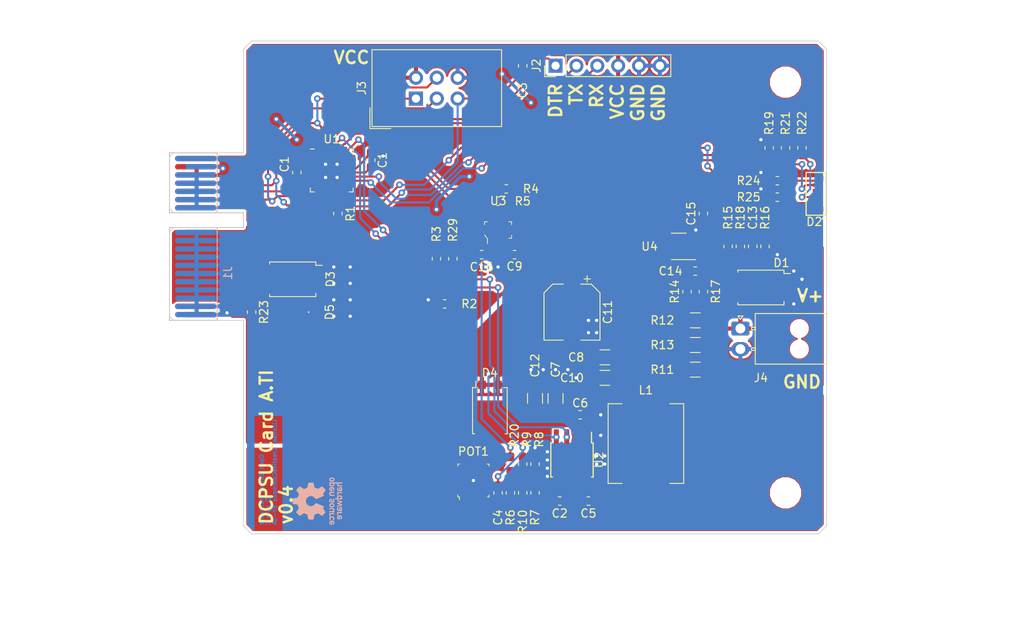
<source format=kicad_pcb>
(kicad_pcb (version 20171130) (host pcbnew 5.0.2+dfsg1-1)
  (title_block (title "DCPSU Card A-half") (date 2021-06-30) (rev v0.4-TI) (comment 2 "License: CC BY-SA") (comment 3 https://www.eevblog.com/projects/usupply/) (comment 4 "Based on EEVblog's µSupply project"))
  (layers (0 F.Cu signal) (31 B.Cu signal) (34 B.Paste user) (35 F.Paste user) (36 B.SilkS user) (37 F.SilkS user) (38 B.Mask user) (39 F.Mask user) (44 Edge.Cuts user))
  (net 0 "")
  (net 1 /~RESET)
  (net 2 GND)
  (net 3 +5V)
  (net 4 "Net-(C5-Pad2)")
  (net 5 "Net-(C5-Pad1)")
  (net 6 +24V)
  (net 7 /ADC-VOUT)
  (net 8 "Net-(D1-Pad1)")
  (net 9 CARD-SCLK)
  (net 10 CARD-MISO)
  (net 11 CARD-MOSI)
  (net 12 CARD-SS)
  (net 13 /UART-TX)
  (net 14 /UART-RX)
  (net 15 /PWR-EN)
  (net 16 "Net-(R10-Pad2)")
  (net 17 "Net-(U1-Pad1)")
  (net 18 "Net-(U1-Pad2)")
  (net 19 "Net-(U1-Pad3)")
  (net 20 "Net-(U1-Pad6)")
  (net 21 "Net-(U1-Pad7)")
  (net 22 "Net-(U1-Pad8)")
  (net 23 "Net-(U1-Pad12)")
  (net 24 "Net-(U1-Pad13)")
  (net 25 "Net-(U1-Pad16)")
  (net 26 "Net-(U1-Pad17)")
  (net 27 "Net-(U1-Pad22)")
  (net 28 "Net-(U1-Pad23)")
  (net 29 "Net-(U1-Pad24)")
  (net 30 /SCL)
  (net 31 /SDA)
  (net 32 "Net-(U1-Pad32)")
  (net 33 "Net-(C14-Pad2)")
  (net 34 "Net-(C14-Pad1)")
  (net 35 "Net-(R7-Pad2)")
  (net 36 "Net-(C3-Pad2)")
  (net 37 "Net-(D2-Pad3)")
  (net 38 "Net-(D2-Pad6)")
  (net 39 /LED2)
  (net 40 /LED1)
  (net 41 "Net-(J1-PadA18)")
  (net 42 "Net-(C16-Pad1)")
  (net 43 "Net-(R20-Pad1)")
  (net 44 "Net-(U3-Pad6)")
  (net 45 "Net-(J1-PadA2)")
  (net 46 "Net-(D2-Pad2)")
  (net 47 "Net-(C10-Pad1)")
  (net 48 "Net-(C2-Pad1)")
  (net 49 "Net-(C4-Pad2)")
  (net 50 /PWR-GOOD)
  (net 51 "Net-(R29-Pad1)")
  (net 52 "Net-(POT1-Pad1)")
  (module Resistor_SMD:R_0603_1608Metric_Pad1.05x0.95mm_HandSolder (layer F.Cu) (at 124.5 121.5 90)
    (fp_text reference R8 (at 3 0.5 90) (layer F.SilkS))
    (fp_text value 0)
    (pad 2 smd roundrect (at 0.875 0 90) (size 1.05 0.95) (layers F.Cu F.Paste F.Mask) (net 2 GND))
    (pad 1 smd roundrect (at -0.875 0 90) (size 1.05 0.95) (layers F.Cu F.Paste F.Mask) (net 35 "Net-(R7-Pad2)"))
  )
  (module Resistor_SMD:R_1206_3216Metric_Pad1.42x1.75mm_HandSolder (layer F.Cu) (at 144 104)
    (fp_text reference R12 (at -4 0) (layer F.SilkS))
    (fp_text value 240m)
    (pad 2 smd roundrect (at 1.4875 0) (size 1.425 1.75) (layers F.Cu F.Paste F.Mask) (roundrect_rratio 0.175439) (net 8 "Net-(D1-Pad1)"))
    (pad 1 smd roundrect (at -1.4875 0) (size 1.425 1.75) (layers F.Cu F.Paste F.Mask) (roundrect_rratio 0.175439) (net 47 "Net-(C10-Pad1)"))
  )
  (module Resistor_SMD:R_0603_1608Metric_Pad1.05x0.95mm_HandSolder (layer F.Cu) (at 100.5 91 90)
    (fp_text reference R1 (at 0 1.524 90) (layer F.SilkS))
    (fp_text value 33k)
    (pad 2 smd roundrect (at 0.875 0 90) (size 1.05 0.95) (layers F.Cu F.Paste F.Mask) (net 1 /~RESET))
    (pad 1 smd roundrect (at -0.875 0 90) (size 1.05 0.95) (layers F.Cu F.Paste F.Mask) (net 3 +5V))
  )
  (module Resistor_SMD:R_0603_1608Metric_Pad1.05x0.95mm_HandSolder (layer F.Cu) (at 121.5 121.5 90)
    (fp_text reference R20 (at 3.5 0.5 90) (layer F.SilkS))
    (fp_text value 2k)
    (pad 2 smd roundrect (at 0.875 0 90) (size 1.05 0.95) (layers F.Cu F.Paste F.Mask) (net 42 "Net-(C16-Pad1)"))
    (pad 1 smd roundrect (at -0.875 0 90) (size 1.05 0.95) (layers F.Cu F.Paste F.Mask) (net 43 "Net-(R20-Pad1)"))
  )
  (module Capacitor_SMD:C_0603_1608Metric_Pad1.05x0.95mm_HandSolder (layer F.Cu) (at 123 73 90)
    (fp_text reference C3 (at -3 0 90) (layer F.SilkS))
    (fp_text value 0.1u)
    (pad 2 smd roundrect (at 0.875 0 90) (size 1.05 0.95) (layers F.Cu F.Paste F.Mask) (net 36 "Net-(C3-Pad2)"))
    (pad 1 smd roundrect (at -0.875 0 90) (size 1.05 0.95) (layers F.Cu F.Paste F.Mask) (net 1 /~RESET))
  )
  (module Capacitor_SMD:C_0603_1608Metric_Pad1.05x0.95mm_HandSolder (layer F.Cu) (at 131 126)
    (fp_text reference C5 (at 0 1.5) (layer F.SilkS))
    (fp_text value 0.1u)
    (pad 2 smd roundrect (at 0.875 0) (size 1.05 0.95) (layers F.Cu F.Paste F.Mask) (net 4 "Net-(C5-Pad2)"))
    (pad 1 smd roundrect (at -0.875 0) (size 1.05 0.95) (layers F.Cu F.Paste F.Mask) (net 5 "Net-(C5-Pad1)"))
  )
  (module Capacitor_SMD:C_0603_1608Metric_Pad1.05x0.95mm_HandSolder (layer F.Cu) (at 144 98)
    (fp_text reference C14 (at -3 0) (layer F.SilkS))
    (fp_text value 0.1u)
    (pad 2 smd roundrect (at 0.875 0) (size 1.05 0.95) (layers F.Cu F.Paste F.Mask) (net 33 "Net-(C14-Pad2)"))
    (pad 1 smd roundrect (at -0.875 0) (size 1.05 0.95) (layers F.Cu F.Paste F.Mask) (net 34 "Net-(C14-Pad1)"))
  )
  (module custom-footprints:TO-277B-MBR860S (layer F.Cu) (at 152 100 270)
    (fp_text reference D1 (at -3 -2.5 180) (layer F.SilkS))
    (fp_text value D_Schottky)
    (pad 2 smd rect (at -0.97 -3.15 270) (size 0.95 1) (layers F.Cu F.Paste F.Mask) (net 2 GND))
    (pad 1 smd rect (at 0 1.2 270) (size 3.2 4.9) (layers F.Cu F.Mask) (net 8 "Net-(D1-Pad1)"))
    (pad 2 smd rect (at 0.97 -3.15 270) (size 0.95 1) (layers F.Cu F.Paste F.Mask) (net 2 GND))
  )
  (module Capacitor_SMD:C_0603_1608Metric_Pad1.05x0.95mm_HandSolder (layer F.Cu) (at 104.5 84.5 270)
    (fp_text reference C1 (at 0 -1.43 270) (layer F.SilkS))
    (fp_text value 1u)
    (pad 2 smd roundrect (at 0.875 0 270) (size 1.05 0.95) (layers F.Cu F.Paste F.Mask) (net 3 +5V))
    (pad 1 smd roundrect (at -0.875 0 270) (size 1.05 0.95) (layers F.Cu F.Paste F.Mask) (net 2 GND))
  )
  (module Capacitor_SMD:C_0603_1608Metric_Pad1.05x0.95mm_HandSolder (layer F.Cu) (at 127.5 126 180)
    (fp_text reference C2 (at 0 -1.5 180) (layer F.SilkS))
    (fp_text value 1u)
    (pad 2 smd roundrect (at 0.875 0 180) (size 1.05 0.95) (layers F.Cu F.Paste F.Mask) (net 2 GND))
    (pad 1 smd roundrect (at -0.875 0 180) (size 1.05 0.95) (layers F.Cu F.Paste F.Mask) (net 48 "Net-(C2-Pad1)"))
  )
  (module Capacitor_SMD:C_0603_1608Metric_Pad1.05x0.95mm_HandSolder (layer F.Cu) (at 120 125 270)
    (fp_text reference C4 (at 3 0 270) (layer F.SilkS))
    (fp_text value C)
    (pad 2 smd roundrect (at 0.875 0 270) (size 1.05 0.95) (layers F.Cu F.Paste F.Mask) (net 49 "Net-(C4-Pad2)"))
    (pad 1 smd roundrect (at -0.875 0 270) (size 1.05 0.95) (layers F.Cu F.Paste F.Mask) (net 47 "Net-(C10-Pad1)"))
  )
  (module Capacitor_SMD:C_1206_3216Metric_Pad1.42x1.75mm_HandSolder (layer F.Cu) (at 127 113.5 90)
    (fp_text reference C7 (at 3.5 0 90) (layer F.SilkS))
    (fp_text value 10u)
    (pad 2 smd roundrect (at 1.4875 0 90) (size 1.425 1.75) (layers F.Cu F.Paste F.Mask) (roundrect_rratio 0.175439) (net 2 GND))
    (pad 1 smd roundrect (at -1.4875 0 90) (size 1.425 1.75) (layers F.Cu F.Paste F.Mask) (roundrect_rratio 0.175439) (net 6 +24V))
  )
  (module Capacitor_SMD:C_1206_3216Metric_Pad1.42x1.75mm_HandSolder (layer F.Cu) (at 133 108.5 180)
    (fp_text reference C8 (at 3.5 0 180) (layer F.SilkS))
    (fp_text value 10u)
    (pad 2 smd roundrect (at 1.4875 0 180) (size 1.425 1.75) (layers F.Cu F.Paste F.Mask) (roundrect_rratio 0.175439) (net 2 GND))
    (pad 1 smd roundrect (at -1.4875 0 180) (size 1.425 1.75) (layers F.Cu F.Paste F.Mask) (roundrect_rratio 0.175439) (net 47 "Net-(C10-Pad1)"))
  )
  (module Capacitor_SMD:C_0603_1608Metric_Pad1.05x0.95mm_HandSolder (layer F.Cu) (at 122 96 180)
    (fp_text reference C9 (at 0 -1.43 180) (layer F.SilkS))
    (fp_text value 0.1u)
    (pad 2 smd roundrect (at 0.875 0 180) (size 1.05 0.95) (layers F.Cu F.Paste F.Mask) (net 2 GND))
    (pad 1 smd roundrect (at -0.875 0 180) (size 1.05 0.95) (layers F.Cu F.Paste F.Mask) (net 3 +5V))
  )
  (module Capacitor_SMD:C_1206_3216Metric_Pad1.42x1.75mm_HandSolder (layer F.Cu) (at 133 111 180)
    (fp_text reference C10 (at 4 0 180) (layer F.SilkS))
    (fp_text value 10u)
    (pad 2 smd roundrect (at 1.4875 0 180) (size 1.425 1.75) (layers F.Cu F.Paste F.Mask) (roundrect_rratio 0.175439) (net 2 GND))
    (pad 1 smd roundrect (at -1.4875 0 180) (size 1.425 1.75) (layers F.Cu F.Paste F.Mask) (roundrect_rratio 0.175439) (net 47 "Net-(C10-Pad1)"))
  )
  (module Capacitor_SMD:C_0603_1608Metric_Pad1.05x0.95mm_HandSolder (layer F.Cu) (at 151 95 270)
    (fp_text reference C13 (at -3.5 0 270) (layer F.SilkS))
    (fp_text value 0.1u)
    (pad 2 smd roundrect (at 0.875 0 270) (size 1.05 0.95) (layers F.Cu F.Paste F.Mask) (net 2 GND))
    (pad 1 smd roundrect (at -0.875 0 270) (size 1.05 0.95) (layers F.Cu F.Paste F.Mask) (net 7 /ADC-VOUT))
  )
  (module Resistor_SMD:R_0603_1608Metric_Pad1.05x0.95mm_HandSolder (layer F.Cu) (at 113.5 102 180)
    (fp_text reference R2 (at -3 0 180) (layer F.SilkS))
    (fp_text value 33k)
    (pad 2 smd roundrect (at 0.875 0 180) (size 1.05 0.95) (layers F.Cu F.Paste F.Mask) (net 2 GND))
    (pad 1 smd roundrect (at -0.875 0 180) (size 1.05 0.95) (layers F.Cu F.Paste F.Mask) (net 15 /PWR-EN))
  )
  (module Resistor_SMD:R_0603_1608Metric_Pad1.05x0.95mm_HandSolder (layer F.Cu) (at 112.5 96.5 270)
    (fp_text reference R3 (at -3 0 270) (layer F.SilkS))
    (fp_text value 33k)
    (pad 2 smd roundrect (at 0.875 0 270) (size 1.05 0.95) (layers F.Cu F.Paste F.Mask) (net 51 "Net-(R29-Pad1)"))
    (pad 1 smd roundrect (at -0.875 0 270) (size 1.05 0.95) (layers F.Cu F.Paste F.Mask) (net 3 +5V))
  )
  (module Resistor_SMD:R_0603_1608Metric_Pad1.05x0.95mm_HandSolder (layer F.Cu) (at 121 88 180)
    (fp_text reference R4 (at -3 0 180) (layer F.SilkS))
    (fp_text value 33k)
    (pad 2 smd roundrect (at 0.875 0 180) (size 1.05 0.95) (layers F.Cu F.Paste F.Mask) (net 31 /SDA))
    (pad 1 smd roundrect (at -0.875 0 180) (size 1.05 0.95) (layers F.Cu F.Paste F.Mask) (net 3 +5V))
  )
  (module Resistor_SMD:R_0603_1608Metric_Pad1.05x0.95mm_HandSolder (layer F.Cu) (at 120 89.5 180)
    (fp_text reference R5 (at -3 0 180) (layer F.SilkS))
    (fp_text value 33k)
    (pad 2 smd roundrect (at 0.875 0 180) (size 1.05 0.95) (layers F.Cu F.Paste F.Mask) (net 30 /SCL))
    (pad 1 smd roundrect (at -0.875 0 180) (size 1.05 0.95) (layers F.Cu F.Paste F.Mask) (net 3 +5V))
  )
  (module Resistor_SMD:R_0603_1608Metric_Pad1.05x0.95mm_HandSolder (layer F.Cu) (at 121.5 125 90)
    (fp_text reference R6 (at -3 0 90) (layer F.SilkS))
    (fp_text value 10k)
    (pad 2 smd roundrect (at 0.875 0 90) (size 1.05 0.95) (layers F.Cu F.Paste F.Mask) (net 43 "Net-(R20-Pad1)"))
    (pad 1 smd roundrect (at -0.875 0 90) (size 1.05 0.95) (layers F.Cu F.Paste F.Mask) (net 49 "Net-(C4-Pad2)"))
  )
  (module Resistor_SMD:R_0603_1608Metric_Pad1.05x0.95mm_HandSolder (layer F.Cu) (at 124.5 125 90)
    (fp_text reference R7 (at -3 0 90) (layer F.SilkS))
    (fp_text value 2k)
    (pad 2 smd roundrect (at 0.875 0 90) (size 1.05 0.95) (layers F.Cu F.Paste F.Mask) (net 35 "Net-(R7-Pad2)"))
    (pad 1 smd roundrect (at -0.875 0 90) (size 1.05 0.95) (layers F.Cu F.Paste F.Mask) (net 49 "Net-(C4-Pad2)"))
  )
  (module Resistor_SMD:R_0603_1608Metric_Pad1.05x0.95mm_HandSolder (layer F.Cu) (at 123 121.5 90)
    (fp_text reference R9 (at 3 0.5 90) (layer F.SilkS))
    (fp_text value 33k)
    (pad 2 smd roundrect (at 0.875 0 90) (size 1.05 0.95) (layers F.Cu F.Paste F.Mask) (net 47 "Net-(C10-Pad1)"))
    (pad 1 smd roundrect (at -0.875 0 90) (size 1.05 0.95) (layers F.Cu F.Paste F.Mask) (net 16 "Net-(R10-Pad2)"))
  )
  (module Resistor_SMD:R_0603_1608Metric_Pad1.05x0.95mm_HandSolder (layer F.Cu) (at 123 125 90)
    (fp_text reference R10 (at -3.5 0 90) (layer F.SilkS))
    (fp_text value 10k)
    (pad 2 smd roundrect (at 0.875 0 90) (size 1.05 0.95) (layers F.Cu F.Paste F.Mask) (net 16 "Net-(R10-Pad2)"))
    (pad 1 smd roundrect (at -0.875 0 90) (size 1.05 0.95) (layers F.Cu F.Paste F.Mask) (net 49 "Net-(C4-Pad2)"))
  )
  (module Resistor_SMD:R_1206_3216Metric_Pad1.42x1.75mm_HandSolder (layer F.Cu) (at 144 107)
    (fp_text reference R13 (at -4 0) (layer F.SilkS))
    (fp_text value 240m)
    (pad 2 smd roundrect (at 1.4875 0) (size 1.425 1.75) (layers F.Cu F.Paste F.Mask) (roundrect_rratio 0.175439) (net 8 "Net-(D1-Pad1)"))
    (pad 1 smd roundrect (at -1.4875 0) (size 1.425 1.75) (layers F.Cu F.Paste F.Mask) (roundrect_rratio 0.175439) (net 47 "Net-(C10-Pad1)"))
  )
  (module Resistor_SMD:R_0603_1608Metric_Pad1.05x0.95mm_HandSolder (layer F.Cu) (at 148 95 270)
    (fp_text reference R15 (at -3.5 0 270) (layer F.SilkS))
    (fp_text value "18k 0.1%")
    (pad 2 smd roundrect (at 0.875 0 270) (size 1.05 0.95) (layers F.Cu F.Paste F.Mask) (net 8 "Net-(D1-Pad1)"))
    (pad 1 smd roundrect (at -0.875 0 270) (size 1.05 0.95) (layers F.Cu F.Paste F.Mask) (net 7 /ADC-VOUT))
  )
  (module Resistor_SMD:R_0603_1608Metric_Pad1.05x0.95mm_HandSolder (layer F.Cu) (at 152.5 95 90)
    (fp_text reference R16 (at 3.5 0 90) (layer F.SilkS))
    (fp_text value "1k 0.1%")
    (pad 2 smd roundrect (at 0.875 0 90) (size 1.05 0.95) (layers F.Cu F.Paste F.Mask) (net 7 /ADC-VOUT))
    (pad 1 smd roundrect (at -0.875 0 90) (size 1.05 0.95) (layers F.Cu F.Paste F.Mask) (net 2 GND))
  )
  (module Resistor_SMD:R_0603_1608Metric_Pad1.05x0.95mm_HandSolder (layer F.Cu) (at 145 100.5 270)
    (fp_text reference R17 (at 0 -1.5 270) (layer F.SilkS))
    (fp_text value 10)
    (pad 2 smd roundrect (at 0.875 0 270) (size 1.05 0.95) (layers F.Cu F.Paste F.Mask) (net 8 "Net-(D1-Pad1)"))
    (pad 1 smd roundrect (at -0.875 0 270) (size 1.05 0.95) (layers F.Cu F.Paste F.Mask) (net 33 "Net-(C14-Pad2)"))
  )
  (module Package_DFN_QFN:QFN-32-1EP_5x5mm_P0.5mm_EP3.1x3.1mm (layer F.Cu) (at 99.75 85.75)
    (fp_text reference U1 (at 0 -3.82) (layer F.SilkS))
    (fp_text value ATtiny87-MU)
    (pad 32 smd roundrect (at -1.75 -2.4375) (size 0.25 0.875) (layers F.Cu F.Paste F.Mask) (net 32 "Net-(U1-Pad32)"))
    (pad 31 smd roundrect (at -1.25 -2.4375) (size 0.25 0.875) (layers F.Cu F.Paste F.Mask) (net 10 CARD-MISO))
    (pad 30 smd roundrect (at -0.75 -2.4375) (size 0.25 0.875) (layers F.Cu F.Paste F.Mask) (net 13 /UART-TX))
    (pad 29 smd roundrect (at -0.25 -2.4375) (size 0.25 0.875) (layers F.Cu F.Paste F.Mask) (net 14 /UART-RX))
    (pad 28 smd roundrect (at 0.25 -2.4375) (size 0.25 0.875) (layers F.Cu F.Paste F.Mask) (net 31 /SDA))
    (pad 27 smd roundrect (at 0.75 -2.4375) (size 0.25 0.875) (layers F.Cu F.Paste F.Mask) (net 15 /PWR-EN))
    (pad 26 smd roundrect (at 1.25 -2.4375) (size 0.25 0.875) (layers F.Cu F.Paste F.Mask) (net 30 /SCL))
    (pad 25 smd roundrect (at 1.75 -2.4375) (size 0.25 0.875) (layers F.Cu F.Paste F.Mask) (net 50 /PWR-GOOD))
    (pad 24 smd roundrect (at 2.4375 -1.75) (size 0.875 0.25) (layers F.Cu F.Paste F.Mask) (net 29 "Net-(U1-Pad24)"))
    (pad 23 smd roundrect (at 2.4375 -1.25) (size 0.875 0.25) (layers F.Cu F.Paste F.Mask) (net 28 "Net-(U1-Pad23)"))
    (pad 22 smd roundrect (at 2.4375 -0.75) (size 0.875 0.25) (layers F.Cu F.Paste F.Mask) (net 27 "Net-(U1-Pad22)"))
    (pad 21 smd roundrect (at 2.4375 -0.25) (size 0.875 0.25) (layers F.Cu F.Paste F.Mask) (net 2 GND))
    (pad 20 smd roundrect (at 2.4375 0.25) (size 0.875 0.25) (layers F.Cu F.Paste F.Mask) (net 3 +5V))
    (pad 19 smd roundrect (at 2.4375 0.75) (size 0.875 0.25) (layers F.Cu F.Paste F.Mask) (net 40 /LED1))
    (pad 18 smd roundrect (at 2.4375 1.25) (size 0.875 0.25) (layers F.Cu F.Paste F.Mask) (net 39 /LED2))
    (pad 17 smd roundrect (at 2.4375 1.75) (size 0.875 0.25) (layers F.Cu F.Paste F.Mask) (net 26 "Net-(U1-Pad17)"))
    (pad 16 smd roundrect (at 1.75 2.4375) (size 0.25 0.875) (layers F.Cu F.Paste F.Mask) (net 25 "Net-(U1-Pad16)"))
    (pad 15 smd roundrect (at 1.25 2.4375) (size 0.25 0.875) (layers F.Cu F.Paste F.Mask) (net 7 /ADC-VOUT))
    (pad 14 smd roundrect (at 0.75 2.4375) (size 0.25 0.875) (layers F.Cu F.Paste F.Mask) (net 1 /~RESET))
    (pad 13 smd roundrect (at 0.25 2.4375) (size 0.25 0.875) (layers F.Cu F.Paste F.Mask) (net 24 "Net-(U1-Pad13)"))
    (pad 12 smd roundrect (at -0.25 2.4375) (size 0.25 0.875) (layers F.Cu F.Paste F.Mask) (net 23 "Net-(U1-Pad12)"))
    (pad 11 smd roundrect (at -0.75 2.4375) (size 0.25 0.875) (layers F.Cu F.Paste F.Mask) (net 12 CARD-SS))
    (pad 10 smd roundrect (at -1.25 2.4375) (size 0.25 0.875) (layers F.Cu F.Paste F.Mask) (net 9 CARD-SCLK))
    (pad 9 smd roundrect (at -1.75 2.4375) (size 0.25 0.875) (layers F.Cu F.Paste F.Mask) (net 11 CARD-MOSI))
    (pad 8 smd roundrect (at -2.4375 1.75) (size 0.875 0.25) (layers F.Cu F.Paste F.Mask) (net 22 "Net-(U1-Pad8)"))
    (pad 7 smd roundrect (at -2.4375 1.25) (size 0.875 0.25) (layers F.Cu F.Paste F.Mask) (net 21 "Net-(U1-Pad7)"))
    (pad 6 smd roundrect (at -2.4375 0.75) (size 0.875 0.25) (layers F.Cu F.Paste F.Mask) (net 20 "Net-(U1-Pad6)"))
    (pad 5 smd roundrect (at -2.4375 0.25) (size 0.875 0.25) (layers F.Cu F.Paste F.Mask) (net 2 GND))
    (pad 4 smd roundrect (at -2.4375 -0.25) (size 0.875 0.25) (layers F.Cu F.Paste F.Mask) (net 3 +5V))
    (pad 3 smd roundrect (at -2.4375 -0.75) (size 0.875 0.25) (layers F.Cu F.Paste F.Mask) (net 19 "Net-(U1-Pad3)"))
    (pad 2 smd roundrect (at -2.4375 -1.25) (size 0.875 0.25) (layers F.Cu F.Paste F.Mask) (net 18 "Net-(U1-Pad2)"))
    (pad 1 smd roundrect (at -2.4375 -1.75) (size 0.875 0.25) (layers F.Cu F.Paste F.Mask) (net 17 "Net-(U1-Pad1)"))
    (pad 33 smd roundrect (at 0 0) (size 3.1 3.1) (layers F.Cu F.Mask) (roundrect_rratio 0.08064499999999999) (net 2 GND))
  )
  (module Capacitor_SMD:C_0603_1608Metric_Pad1.05x0.95mm_HandSolder (layer F.Cu) (at 145 91 270)
    (fp_text reference C15 (at 0 1.5 90) (layer F.SilkS))
    (fp_text value 0.1u)
    (pad 1 smd roundrect (at -0.875 0 270) (size 1.05 0.95) (layers F.Cu F.Paste F.Mask) (net 3 +5V))
    (pad 2 smd roundrect (at 0.875 0 270) (size 1.05 0.95) (layers F.Cu F.Paste F.Mask) (net 2 GND))
  )
  (module Resistor_SMD:R_0603_1608Metric_Pad1.05x0.95mm_HandSolder (layer F.Cu) (at 149.5 95 90)
    (fp_text reference R18 (at 3.5 0 90) (layer F.SilkS))
    (fp_text value "18k 0.1%")
    (pad 1 smd roundrect (at -0.875 0 90) (size 1.05 0.95) (layers F.Cu F.Paste F.Mask) (net 8 "Net-(D1-Pad1)"))
    (pad 2 smd roundrect (at 0.875 0 90) (size 1.05 0.95) (layers F.Cu F.Paste F.Mask) (net 7 /ADC-VOUT))
  )
  (module Resistor_SMD:R_1206_3216Metric_Pad1.42x1.75mm_HandSolder (layer F.Cu) (at 144 110)
    (fp_text reference R11 (at -4 0) (layer F.SilkS))
    (fp_text value 240m)
    (pad 1 smd roundrect (at -1.4875 0) (size 1.425 1.75) (layers F.Cu F.Paste F.Mask) (roundrect_rratio 0.175439) (net 47 "Net-(C10-Pad1)"))
    (pad 2 smd roundrect (at 1.4875 0) (size 1.425 1.75) (layers F.Cu F.Paste F.Mask) (roundrect_rratio 0.175439) (net 8 "Net-(D1-Pad1)"))
  )
  (module Resistor_SMD:R_0603_1608Metric_Pad1.05x0.95mm_HandSolder (layer F.Cu) (at 143 100.5 270)
    (fp_text reference R14 (at 0 1.5 270) (layer F.SilkS))
    (fp_text value 10)
    (pad 1 smd roundrect (at -0.875 0 270) (size 1.05 0.95) (layers F.Cu F.Paste F.Mask) (net 34 "Net-(C14-Pad1)"))
    (pad 2 smd roundrect (at 0.875 0 270) (size 1.05 0.95) (layers F.Cu F.Paste F.Mask) (net 47 "Net-(C10-Pad1)"))
  )
  (module Package_TO_SOT_SMD:SOT-23-8_Handsoldering (layer F.Cu) (at 142 95 180)
    (fp_text reference U4 (at 3.556 0 180) (layer F.SilkS))
    (fp_text value INA219AIDCNR)
    (pad 1 smd rect (at -1.35 -0.98 180) (size 1.56 0.4) (layers F.Cu F.Paste F.Mask) (net 34 "Net-(C14-Pad1)"))
    (pad 2 smd rect (at -1.35 -0.33 180) (size 1.56 0.4) (layers F.Cu F.Paste F.Mask) (net 33 "Net-(C14-Pad2)"))
    (pad 3 smd rect (at -1.35 0.33 180) (size 1.56 0.4) (layers F.Cu F.Paste F.Mask) (net 2 GND))
    (pad 4 smd rect (at -1.35 0.98 180) (size 1.56 0.4) (layers F.Cu F.Paste F.Mask) (net 3 +5V))
    (pad 5 smd rect (at 1.35 0.98 180) (size 1.56 0.4) (layers F.Cu F.Paste F.Mask) (net 30 /SCL))
    (pad 6 smd rect (at 1.35 0.33 180) (size 1.56 0.4) (layers F.Cu F.Paste F.Mask) (net 31 /SDA))
    (pad 7 smd rect (at 1.35 -0.33 180) (size 1.56 0.4) (layers F.Cu F.Paste F.Mask) (net 2 GND))
    (pad 8 smd rect (at 1.35 -0.98 180) (size 1.56 0.4) (layers F.Cu F.Paste F.Mask) (net 2 GND))
  )
  (module Connector_PinHeader_2.54mm:PinHeader_1x06_P2.54mm_Vertical (layer F.Cu) (at 127 73 90)
    (fp_text reference J2 (at 0 -2.33 90) (layer F.SilkS))
    (fp_text value Conn_01x06)
    (pad 6 thru_hole oval (at 0 12.7 90) (size 1.7 1.7) (drill 1) (layers *.Cu *.Mask) (net 2 GND))
    (pad 5 thru_hole oval (at 0 10.16 90) (size 1.7 1.7) (drill 1) (layers *.Cu *.Mask) (net 2 GND))
    (pad 4 thru_hole oval (at 0 7.62 90) (size 1.7 1.7) (drill 1) (layers *.Cu *.Mask) (net 3 +5V))
    (pad 3 thru_hole oval (at 0 5.08 90) (size 1.7 1.7) (drill 1) (layers *.Cu *.Mask) (net 14 /UART-RX))
    (pad 2 thru_hole oval (at 0 2.54 90) (size 1.7 1.7) (drill 1) (layers *.Cu *.Mask) (net 13 /UART-TX))
    (pad 1 thru_hole rect (at 0 0 90) (size 1.7 1.7) (drill 1) (layers *.Cu *.Mask) (net 36 "Net-(C3-Pad2)"))
  )
  (module Connector_IDC:IDC-Header_2x03_P2.54mm_Vertical (layer F.Cu) (at 110 77 90)
    (fp_text reference J3 (at 1.27 -6.604 90) (layer F.SilkS))
    (fp_text value AVR-ISP-6)
    (pad 1 thru_hole rect (at 0 0 90) (size 1.7272 1.7272) (drill 1.016) (layers *.Cu *.Mask) (net 10 CARD-MISO))
    (pad 2 thru_hole oval (at 2.54 0 90) (size 1.7272 1.7272) (drill 1.016) (layers *.Cu *.Mask) (net 3 +5V))
    (pad 3 thru_hole oval (at 0 2.54 90) (size 1.7272 1.7272) (drill 1.016) (layers *.Cu *.Mask) (net 9 CARD-SCLK))
    (pad 4 thru_hole oval (at 2.54 2.54 90) (size 1.7272 1.7272) (drill 1.016) (layers *.Cu *.Mask) (net 11 CARD-MOSI))
    (pad 5 thru_hole oval (at 0 5.08 90) (size 1.7272 1.7272) (drill 1.016) (layers *.Cu *.Mask) (net 1 /~RESET))
    (pad 6 thru_hole oval (at 2.54 5.08 90) (size 1.7272 1.7272) (drill 1.016) (layers *.Cu *.Mask) (net 2 GND))
  )
  (module Capacitor_SMD:C_0603_1608Metric_Pad1.05x0.95mm_HandSolder (layer F.Cu) (at 95.5 86 90)
    (fp_text reference C1 (at 1 -1.5 90) (layer F.SilkS))
    (fp_text value C_0603_1608Metric_Pad1.05x0.95mm_HandSolder)
    (pad 2 smd roundrect (at 0.875 0 90) (size 1.05 0.95) (layers F.Cu F.Paste F.Mask) (net 3 +5V))
    (pad 1 smd roundrect (at -0.875 0 90) (size 1.05 0.95) (layers F.Cu F.Paste F.Mask) (net 2 GND))
  )
  (module MountingHole:MountingHole_3.2mm_M3 (layer F.Cu) (at 155 75)
    (fp_text reference REF** hide)
    (fp_text value MountingHole_3.2mm_M3)
    (pad 1 np_thru_hole circle (at 0 0) (size 3.2 3.2) (drill 3.2) (layers *.Cu *.Mask))
  )
  (module MountingHole:MountingHole_3.2mm_M3 (layer F.Cu) (at 155 125)
    (fp_text reference REF** hide)
    (fp_text value MountingHole_3.2mm_M3)
    (pad 1 np_thru_hole circle (at 0 0) (size 3.2 3.2) (drill 3.2) (layers *.Cu *.Mask))
  )
  (module Symbol:OSHW-Logo_5.7x6mm_SilkScreen (layer B.Cu) (at 98 126 270)
    (fp_text reference REF** hide)
    (fp_text value OSHW-Logo_5.7x6mm_SilkScreen hide)
  )
  (module custom-footprints:QLS6B-FKW (layer F.Cu) (at 158.7 88.6 270)
    (fp_text reference D2 (at 3.4 0.2) (layer F.SilkS))
    (fp_text value QLS6B-FKW)
    (pad 5 smd rect (at -1.07 0 270) (size 0.4 0.8) (layers F.Cu F.Paste F.Mask) (net 40 /LED1))
    (pad 4 smd rect (at -0.39 0 270) (size 0.4 0.8) (layers F.Cu F.Paste F.Mask) (net 40 /LED1))
    (pad 3 smd rect (at 0.39 0 270) (size 0.4 0.8) (layers F.Cu F.Paste F.Mask) (net 37 "Net-(D2-Pad3)"))
    (pad 2 smd rect (at 1.07 0 270) (size 0.4 0.8) (layers F.Cu F.Paste F.Mask) (net 46 "Net-(D2-Pad2)"))
    (pad 6 smd rect (at -1.88 -0.585 270) (size 0.66 0.63) (layers F.Cu F.Paste F.Mask) (net 38 "Net-(D2-Pad6)"))
    (pad 1 smd rect (at 1.88 -0.585 270) (size 0.66 0.63) (layers F.Cu F.Paste F.Mask) (net 39 /LED2))
  )
  (module Resistor_SMD:R_0603_1608Metric_Pad1.05x0.95mm_HandSolder (layer F.Cu) (at 153 83 90)
    (fp_text reference R19 (at 3 0 90) (layer F.SilkS))
    (fp_text value 2k)
    (pad 2 smd roundrect (at 0.875 0 90) (size 1.05 0.95) (layers F.Cu F.Paste F.Mask) (net 2 GND))
    (pad 1 smd roundrect (at -0.875 0 90) (size 1.05 0.95) (layers F.Cu F.Paste F.Mask) (net 40 /LED1))
  )
  (module Resistor_SMD:R_0603_1608Metric_Pad1.05x0.95mm_HandSolder (layer F.Cu) (at 155 83 270)
    (fp_text reference R21 (at -3 0 270) (layer F.SilkS))
    (fp_text value 2k)
    (pad 2 smd roundrect (at 0.875 0 270) (size 1.05 0.95) (layers F.Cu F.Paste F.Mask) (net 37 "Net-(D2-Pad3)"))
    (pad 1 smd roundrect (at -0.875 0 270) (size 1.05 0.95) (layers F.Cu F.Paste F.Mask) (net 3 +5V))
  )
  (module Resistor_SMD:R_0603_1608Metric_Pad1.05x0.95mm_HandSolder (layer F.Cu) (at 157 83 270)
    (fp_text reference R22 (at -3 0 270) (layer F.SilkS))
    (fp_text value 2k)
    (pad 1 smd roundrect (at -0.875 0 270) (size 1.05 0.95) (layers F.Cu F.Paste F.Mask) (net 3 +5V))
    (pad 2 smd roundrect (at 0.875 0 270) (size 1.05 0.95) (layers F.Cu F.Paste F.Mask) (net 37 "Net-(D2-Pad3)"))
  )
  (module Capacitor_SMD:C_0603_1608Metric_Pad1.05x0.95mm_HandSolder (layer F.Cu) (at 118 96)
    (fp_text reference C16 (at 0 1.5) (layer F.SilkS))
    (fp_text value 0.1u)
    (pad 1 smd roundrect (at -0.875 0) (size 1.05 0.95) (layers F.Cu F.Paste F.Mask) (net 42 "Net-(C16-Pad1)"))
    (pad 2 smd roundrect (at 0.875 0) (size 1.05 0.95) (layers F.Cu F.Paste F.Mask) (net 2 GND))
  )
  (module digikey-footprints:SOT-23-6 (layer F.Cu) (at 120 93)
    (fp_text reference U3 (at 0.025 -3.55) (layer F.SilkS))
    (fp_text value MCP4706A0T-E_CH)
    (pad 3 smd rect (at 0.95 1.35) (size 0.55 1) (layers F.Cu F.Paste F.Mask) (net 3 +5V))
    (pad 2 smd rect (at 0 1.35) (size 0.55 1) (layers F.Cu F.Paste F.Mask) (net 2 GND))
    (pad 1 smd rect (at -0.95 1.35) (size 0.55 1) (layers F.Cu F.Paste F.Mask) (net 42 "Net-(C16-Pad1)"))
    (pad 4 smd rect (at 0.95 -1.35) (size 0.55 1) (layers F.Cu F.Paste F.Mask) (net 31 /SDA))
    (pad 5 smd rect (at 0 -1.35) (size 0.55 1) (layers F.Cu F.Paste F.Mask) (net 30 /SCL))
    (pad 6 smd rect (at -0.95 -1.35) (size 0.55 1) (layers F.Cu F.Paste F.Mask) (net 44 "Net-(U3-Pad6)"))
  )
  (module custom-footprints:BUS_PCIe_custom (layer B.Cu) (at 83.8 103.3 90)
    (fp_text reference J1 (at 5.05 3.31 90) (layer B.SilkS) (effects (justify mirror)))
    (fp_text value PCIe_x1)
    (pad "" connect circle (at 19 -2.8 90) (size 0.65 0.65) (layers B.Cu B.Mask))
    (pad B1 connect rect (at 0 -0.5 90) (size 0.65 4.6) (layers B.Cu B.Mask) (net 2 GND))
    (pad B2 connect rect (at 1 -0.5 90) (size 0.65 4.6) (layers B.Cu B.Mask) (net 2 GND))
    (pad B3 connect rect (at 2 -0.5 90) (size 0.65 4.6) (layers B.Cu B.Mask) (net 2 GND))
    (pad B4 connect rect (at 3 -0.5 90) (size 0.65 4.6) (layers B.Cu B.Mask) (net 2 GND))
    (pad B5 connect rect (at 4 -0.5 90) (size 0.65 4.6) (layers B.Cu B.Mask) (net 2 GND))
    (pad B6 connect rect (at 5 -0.5 90) (size 0.65 4.6) (layers B.Cu B.Mask) (net 2 GND))
    (pad B7 connect rect (at 6 -0.5 90) (size 0.65 4.6) (layers B.Cu B.Mask) (net 2 GND))
    (pad B8 connect rect (at 7 -0.5 90) (size 0.65 4.6) (layers B.Cu B.Mask) (net 2 GND))
    (pad B9 connect rect (at 8 -0.5 90) (size 0.65 4.6) (layers B.Cu B.Mask) (net 2 GND))
    (pad B10 connect rect (at 9 -0.5 90) (size 0.65 4.6) (layers B.Cu B.Mask) (net 2 GND))
    (pad B11 connect rect (at 10 -0.5 90) (size 0.65 4.6) (layers B.Cu B.Mask) (net 2 GND))
    (pad B14 connect rect (at 15 -0.5 90) (size 0.65 4.6) (layers B.Cu B.Mask) (net 2 GND))
    (pad B15 connect rect (at 16 -0.5 90) (size 0.65 4.6) (layers B.Cu B.Mask) (net 2 GND))
    (pad B16 connect rect (at 17 -0.5 90) (size 0.65 4.6) (layers B.Cu B.Mask) (net 2 GND))
    (pad B17 connect rect (at 18 0 90) (size 0.65 3.6) (layers B.Cu B.Mask) (net 3 +5V))
    (pad B18 connect rect (at 19 -0.5 90) (size 0.65 4.6) (layers B.Cu B.Mask) (net 2 GND))
    (pad B12 connect rect (at 13 -0.5 90) (size 0.65 4.6) (layers B.Cu B.Mask) (net 2 GND))
    (pad B13 connect rect (at 14 -0.5 90) (size 0.65 4.6) (layers B.Cu B.Mask) (net 2 GND))
    (pad A1 connect rect (at 0 0 90) (size 0.65 3.6) (layers F.Cu F.Mask) (net 2 GND))
    (pad A2 connect rect (at 1 -0.5 90) (size 0.65 4.6) (layers F.Cu F.Mask) (net 45 "Net-(J1-PadA2)"))
    (pad A14 connect rect (at 15 -0.5 90) (size 0.65 4.6) (layers F.Cu F.Mask) (net 10 CARD-MISO))
    (pad A15 connect rect (at 16 -0.5 90) (size 0.65 4.6) (layers F.Cu F.Mask) (net 9 CARD-SCLK))
    (pad A16 connect rect (at 17 -0.5 90) (size 0.65 4.6) (layers F.Cu F.Mask) (net 3 +5V))
    (pad A17 connect rect (at 18 -0.5 90) (size 0.65 4.6) (layers F.Cu F.Mask) (net 3 +5V))
    (pad A18 connect rect (at 19 -0.5 90) (size 0.65 4.6) (layers F.Cu F.Mask) (net 41 "Net-(J1-PadA18)"))
    (pad A12 connect rect (at 13 -0.5 90) (size 0.65 4.6) (layers F.Cu F.Mask) (net 12 CARD-SS))
    (pad A13 connect rect (at 14 -0.5 90) (size 0.65 4.6) (layers F.Cu F.Mask) (net 11 CARD-MOSI))
    (pad "" connect circle (at 2 -2.8 90) (size 0.65 0.65) (layers B.Cu B.Mask))
    (pad "" connect circle (at 3 -2.8 90) (size 0.65 0.65) (layers B.Cu B.Mask))
    (pad "" connect circle (at 4 -2.8 90) (size 0.65 0.65) (layers B.Cu B.Mask))
    (pad "" connect circle (at 5 -2.8 90) (size 0.65 0.65) (layers B.Cu B.Mask))
    (pad "" connect circle (at 6 -2.8 90) (size 0.65 0.65) (layers B.Cu B.Mask))
    (pad "" connect circle (at 7 -2.8 90) (size 0.65 0.65) (layers B.Cu B.Mask))
    (pad "" connect circle (at 8 -2.8 90) (size 0.65 0.65) (layers B.Cu B.Mask))
    (pad "" connect circle (at 9 -2.8 90) (size 0.65 0.65) (layers B.Cu B.Mask))
    (pad "" connect circle (at 10 -2.8 90) (size 0.65 0.65) (layers B.Cu B.Mask))
    (pad "" connect circle (at 0 -2.8 90) (size 0.65 0.65) (layers B.Cu B.Mask))
    (pad "" connect circle (at 13 -2.8 90) (size 0.65 0.65) (layers B.Cu B.Mask))
    (pad "" connect circle (at 14 -2.8 90) (size 0.65 0.65) (layers B.Cu B.Mask))
    (pad "" connect circle (at 15 -2.8 90) (size 0.65 0.65) (layers B.Cu B.Mask))
    (pad "" connect circle (at 16 -2.8 90) (size 0.65 0.65) (layers B.Cu B.Mask))
    (pad "" connect circle (at 17 -2.8 90) (size 0.65 0.65) (layers B.Cu B.Mask))
    (pad "" connect circle (at 1 -2.8 90) (size 0.65 0.65) (layers B.Cu B.Mask))
    (pad "" connect oval (at 15 -2.8) (size 0.65 0.65) (layers F.Cu F.Mask))
    (pad "" connect oval (at 16 -2.8) (size 0.65 0.65) (layers F.Cu F.Mask))
    (pad "" connect oval (at 14 -2.8) (size 0.65 0.65) (layers F.Cu F.Mask))
    (pad "" connect oval (at 17 -2.8) (size 0.65 0.65) (layers F.Cu F.Mask))
    (pad "" connect oval (at 13 -2.8) (size 0.65 0.65) (layers F.Cu F.Mask))
    (pad "" connect oval (at 18 -2.8) (size 0.65 0.65) (layers F.Cu F.Mask))
    (pad "" connect oval (at 19 -2.8) (size 0.65 0.65) (layers F.Cu F.Mask))
    (pad "" connect oval (at 1 -2.8) (size 0.65 0.65) (layers F.Cu F.Mask))
    (pad A3 connect rect (at 2 0 90) (size 0.65 3.6) (layers F.Cu F.Mask) (net 6 +24V))
    (pad A4 connect rect (at 3 0 90) (size 0.65 3.6) (layers F.Cu F.Mask) (net 6 +24V))
    (pad A5 connect rect (at 4 0 90) (size 0.65 3.6) (layers F.Cu F.Mask) (net 6 +24V))
    (pad A6 connect rect (at 5 0 90) (size 0.65 3.6) (layers F.Cu F.Mask) (net 6 +24V))
    (pad A7 connect rect (at 6 0 90) (size 0.65 3.6) (layers F.Cu F.Mask) (net 6 +24V))
    (pad A8 connect rect (at 7 0 90) (size 0.65 3.6) (layers F.Cu F.Mask) (net 6 +24V))
    (pad A9 connect rect (at 8 0 90) (size 0.65 3.6) (layers F.Cu F.Mask) (net 6 +24V))
    (pad A10 connect rect (at 9 0 90) (size 0.65 3.6) (layers F.Cu F.Mask) (net 6 +24V))
    (pad A11 connect rect (at 10 0 90) (size 0.65 3.6) (layers F.Cu F.Mask) (net 6 +24V))
  )
  (module Resistor_SMD:R_0603_1608Metric_Pad1.05x0.95mm_HandSolder (layer F.Cu) (at 90 103 90)
    (fp_text reference R23 (at 0 1.5 90) (layer F.SilkS))
    (fp_text value 100)
    (pad 1 smd roundrect (at -0.875 0 90) (size 1.05 0.95) (layers F.Cu F.Paste F.Mask) (net 6 +24V))
    (pad 2 smd roundrect (at 0.875 0 90) (size 1.05 0.95) (layers F.Cu F.Paste F.Mask) (net 45 "Net-(J1-PadA2)"))
  )
  (module Resistor_SMD:R_0603_1608Metric_Pad1.05x0.95mm_HandSolder (layer F.Cu) (at 154 87 180)
    (fp_text reference R24 (at 3.5 0 180) (layer F.SilkS))
    (fp_text value 2k)
    (pad 2 smd roundrect (at 0.875 0 180) (size 1.05 0.95) (layers F.Cu F.Paste F.Mask) (net 2 GND))
    (pad 1 smd roundrect (at -0.875 0 180) (size 1.05 0.95) (layers F.Cu F.Paste F.Mask) (net 38 "Net-(D2-Pad6)"))
  )
  (module Resistor_SMD:R_0603_1608Metric_Pad1.05x0.95mm_HandSolder (layer F.Cu) (at 154 89 180)
    (fp_text reference R25 (at 3.5 0 180) (layer F.SilkS))
    (fp_text value 2k)
    (pad 1 smd roundrect (at -0.875 0 180) (size 1.05 0.95) (layers F.Cu F.Paste F.Mask) (net 46 "Net-(D2-Pad2)"))
    (pad 2 smd roundrect (at 0.875 0 180) (size 1.05 0.95) (layers F.Cu F.Paste F.Mask) (net 2 GND))
  )
  (module Capacitor_SMD:CP_Elec_6.3x7.7 (layer F.Cu) (at 129 103 270)
    (fp_text reference C11 (at 0 -4.35 270) (layer F.SilkS))
    (fp_text value 100u)
    (pad 1 smd roundrect (at -2.7 0 270) (size 3.5 1.6) (layers F.Cu F.Paste F.Mask) (roundrect_rratio 0.15625) (net 47 "Net-(C10-Pad1)"))
    (pad 2 smd roundrect (at 2.7 0 270) (size 3.5 1.6) (layers F.Cu F.Paste F.Mask) (roundrect_rratio 0.15625) (net 2 GND))
  )
  (module Capacitor_SMD:C_1206_3216Metric_Pad1.42x1.75mm_HandSolder (layer F.Cu) (at 124.5 113.5 90)
    (fp_text reference C12 (at 4 0 90) (layer F.SilkS))
    (fp_text value 10u)
    (pad 1 smd roundrect (at -1.4875 0 90) (size 1.425 1.75) (layers F.Cu F.Paste F.Mask) (roundrect_rratio 0.175439) (net 6 +24V))
    (pad 2 smd roundrect (at 1.4875 0 90) (size 1.425 1.75) (layers F.Cu F.Paste F.Mask) (roundrect_rratio 0.175439) (net 2 GND))
  )
  (module Connector_Molex:Molex_Nano-Fit_105313-xx02_1x02_P2.50mm_Horizontal (layer F.Cu) (at 149.5 105)
    (fp_text reference J4 (at 2.5 6) (layer F.SilkS))
    (fp_text value Conn_01x02)
    (pad 1 thru_hole roundrect (at 0 0) (size 2.2 1.7) (drill 1.2) (layers *.Cu *.Mask) (roundrect_rratio 0.147059) (net 8 "Net-(D1-Pad1)"))
    (pad 2 thru_hole oval (at 0 2.5) (size 2.2 1.7) (drill 1.2) (layers *.Cu *.Mask) (net 2 GND))
    (pad "" np_thru_hole circle (at 7.18 0) (size 1.7 1.7) (drill 1.7) (layers *.Cu *.Mask))
    (pad "" np_thru_hole circle (at 7.18 2.5) (size 1.7 1.7) (drill 1.7) (layers *.Cu *.Mask))
  )
  (module custom-footprints:TO-277B-MBR860S (layer F.Cu) (at 95 99 270)
    (fp_text reference D3 (at 0 -4.6 90) (layer F.SilkS))
    (fp_text value D_Schottky)
    (pad 2 smd rect (at -0.97 -3.15 270) (size 0.95 1) (layers F.Cu F.Paste F.Mask) (net 2 GND))
    (pad 1 smd rect (at 0 1.2 270) (size 3.2 4.9) (layers F.Cu F.Mask) (net 6 +24V))
    (pad 2 smd rect (at 0.97 -3.15 270) (size 0.95 1) (layers F.Cu F.Paste F.Mask) (net 2 GND))
  )
  (module custom-footprints:TO-277B-MBR860S (layer F.Cu) (at 119 115)
    (fp_text reference D4 (at 0 -4.6 -180) (layer F.SilkS))
    (fp_text value D_Schottky)
    (pad 2 smd rect (at -0.97 -3.15) (size 0.95 1) (layers F.Cu F.Paste F.Mask) (net 47 "Net-(C10-Pad1)"))
    (pad 1 smd rect (at 0 1.2) (size 3.2 4.9) (layers F.Cu F.Mask) (net 6 +24V))
    (pad 2 smd rect (at 0.97 -3.15) (size 0.95 1) (layers F.Cu F.Paste F.Mask) (net 47 "Net-(C10-Pad1)"))
  )
  (module Capacitor_SMD:C_0603_1608Metric_Pad1.05x0.95mm_HandSolder (layer F.Cu) (at 130 115.5)
    (fp_text reference C6 (at 0 -1.43) (layer F.SilkS))
    (fp_text value 0.1u)
    (pad 1 smd roundrect (at -0.875 0) (size 1.05 0.95) (layers F.Cu F.Paste F.Mask) (net 6 +24V))
    (pad 2 smd roundrect (at 0.875 0) (size 1.05 0.95) (layers F.Cu F.Paste F.Mask) (net 2 GND))
  )
  (module Resistor_SMD:R_0603_1608Metric_Pad1.05x0.95mm_HandSolder (layer F.Cu) (at 114.5 96.5 270)
    (fp_text reference R29 (at -3.5 0 270) (layer F.SilkS))
    (fp_text value 33k)
    (pad 1 smd roundrect (at -0.875 0 270) (size 1.05 0.95) (layers F.Cu F.Paste F.Mask) (net 51 "Net-(R29-Pad1)"))
    (pad 2 smd roundrect (at 0.875 0 270) (size 1.05 0.95) (layers F.Cu F.Paste F.Mask) (net 50 /PWR-GOOD))
  )
  (module Package_SO:TI_SO-PowerPAD-8 (layer F.Cu) (at 129 121 270)
    (fp_text reference U2 (at 0 -3.3 270) (layer F.SilkS))
    (fp_text value LMR33640)
    (pad 1 smd rect (at -2.78 -1.905 270) (size 1.91 0.61) (layers F.Cu F.Paste F.Mask) (net 2 GND))
    (pad 2 smd rect (at -2.78 -0.635 270) (size 1.91 0.61) (layers F.Cu F.Paste F.Mask) (net 6 +24V))
    (pad 3 smd rect (at -2.78 0.635 270) (size 1.91 0.61) (layers F.Cu F.Paste F.Mask) (net 15 /PWR-EN))
    (pad 4 smd rect (at -2.78 1.905 270) (size 1.91 0.61) (layers F.Cu F.Paste F.Mask) (net 50 /PWR-GOOD))
    (pad 5 smd rect (at 2.78 1.905 270) (size 1.91 0.61) (layers F.Cu F.Paste F.Mask) (net 49 "Net-(C4-Pad2)"))
    (pad 6 smd rect (at 2.78 0.635 270) (size 1.91 0.61) (layers F.Cu F.Paste F.Mask) (net 48 "Net-(C2-Pad1)"))
    (pad 7 smd rect (at 2.78 -0.635 270) (size 1.91 0.61) (layers F.Cu F.Paste F.Mask) (net 5 "Net-(C5-Pad1)"))
    (pad 8 smd rect (at 2.78 -1.905 270) (size 1.91 0.61) (layers F.Cu F.Paste F.Mask) (net 4 "Net-(C5-Pad2)"))
    (pad 9 smd rect (at 0.6025 0.775 270) (size 1.205 1.55) (layers F.Cu F.Paste F.Mask) (net 2 GND))
    (pad 9 smd rect (at 0.6025 -0.775 270) (size 1.205 1.55) (layers F.Cu F.Paste F.Mask) (net 2 GND))
    (pad 9 smd rect (at -0.6025 0.775 270) (size 1.205 1.55) (layers F.Cu F.Paste F.Mask) (net 2 GND))
    (pad 9 smd rect (at -0.6025 -0.775 270) (size 1.205 1.55) (layers F.Cu F.Paste F.Mask) (net 2 GND))
  )
  (module dcpsu-custom-footprints:L_9.5x9.0_H4.0 (layer F.Cu) (at 138 119 90)
    (fp_text reference L1 (at 6.5 0 180) (layer F.SilkS))
    (fp_text value 15uH)
    (pad 1 smd rect (at -3.6195 0 90) (size 2.413 5.334) (layers F.Cu F.Paste F.Mask) (net 4 "Net-(C5-Pad2)"))
    (pad 2 smd rect (at 3.6195 0 90) (size 2.413 5.334) (layers F.Cu F.Paste F.Mask) (net 47 "Net-(C10-Pad1)"))
  )
  (module Diode_SMD:D_0201_0603Metric (layer F.Cu) (at 97.8 103)
    (fp_text reference D5 (at 1.7 0 90) (layer F.SilkS))
    (fp_text value D_TVS)
    (pad 1 smd roundrect (at -0.32 0) (size 0.46 0.4) (layers F.Cu F.Mask) (net 6 +24V))
    (pad 2 smd roundrect (at 0.32 0) (size 0.46 0.4) (layers F.Cu F.Mask) (net 2 GND))
  )
  (module digikey-footprints:Trimpot_3.8mmx3.6mm_TC33X-2-103E (layer F.Cu) (at 117 123.5)
    (fp_text reference POT1 (at 0 -3.54) (layer F.SilkS))
    (fp_text value TC33X-1-502E)
    (pad 2 smd rect (at 0 -1.45) (size 1.6 1.5) (layers F.Cu F.Paste F.Mask) (net 2 GND))
    (pad 1 smd rect (at -1 1.8) (size 1.2 1.2) (layers F.Cu F.Paste F.Mask) (net 52 "Net-(POT1-Pad1)"))
    (pad 3 smd rect (at 1 1.8) (size 1.2 1.2) (layers F.Cu F.Paste F.Mask) (net 49 "Net-(C4-Pad2)"))
  )
  (gr_line (start 80.5 104) (end 80 103.5) (layer Edge.Cuts) (width 0.1))
  (gr_line (start 80.5 92.7) (end 80 93.2) (layer Edge.Cuts) (width 0.1))
  (gr_line (start 80.5 90.9) (end 80 90.4) (layer Edge.Cuts) (width 0.1))
  (gr_line (start 80 84.1) (end 80.5 83.6) (layer Edge.Cuts) (width 0.1))
  (gr_line (start 160 71) (end 160 129) (layer Edge.Cuts) (width 0.1))
  (gr_line (start 160 129) (end 159 130) (layer Edge.Cuts) (width 0.1))
  (gr_line (start 90 130) (end 89 129) (layer Edge.Cuts) (width 0.1))
  (gr_line (start 90 70) (end 159 70) (layer Edge.Cuts) (width 0.1))
  (gr_line (start 89 129) (end 89 104) (layer Edge.Cuts) (width 0.1))
  (gr_text GND (at 139.5 75 90) (layer F.SilkS) (effects (font (size 1.5 1.5) (thickness 0.3)) (justify right)))
  (gr_text GND (at 137 75 90) (layer F.SilkS) (effects (font (size 1.5 1.5) (thickness 0.3)) (justify right)))
  (gr_text VCC (at 134.5 75 90) (layer F.SilkS) (effects (font (size 1.5 1.5) (thickness 0.3)) (justify right)))
  (gr_text RX (at 132 75 90) (layer F.SilkS) (effects (font (size 1.5 1.5) (thickness 0.3)) (justify right)))
  (gr_text TX (at 129.5 75 90) (layer F.SilkS) (effects (font (size 1.5 1.5) (thickness 0.3)) (justify right)))
  (gr_text DTR (at 127 75 90) (layer F.SilkS) (effects (font (size 1.5 1.5) (thickness 0.3)) (justify right)))
  (gr_text VCC (at 104.5 72) (layer F.SilkS) (effects (font (size 1.5 1.5) (thickness 0.3)) (justify right)))
  (gr_text V+ (at 158 101) (layer F.SilkS) (effects (font (size 1.5 1.5) (thickness 0.3))))
  (gr_text GND (at 157 111.5) (layer F.SilkS) (effects (font (size 1.5 1.5) (thickness 0.3))))
  (gr_line (start 80.5 83.6) (end 89 83.6) (layer Edge.Cuts) (width 0.1))
  (gr_line (start 80.5 104) (end 89 104) (layer Edge.Cuts) (width 0.1))
  (gr_line (start 89 90.9) (end 80.5 90.9) (layer Edge.Cuts) (width 0.1))
  (gr_line (start 89 92.7) (end 80.5 92.7) (layer Edge.Cuts) (width 0.1))
  (gr_line (start 80 90.4) (end 80 84.1) (layer Edge.Cuts) (width 0.1))
  (gr_line (start 89 92.7) (end 89 90.9) (layer Edge.Cuts) (width 0.1))
  (gr_line (start 89 83.6) (end 89 71) (layer Edge.Cuts) (width 0.1))
  (gr_line (start 80 103.5) (end 80 93.2) (layer Edge.Cuts) (width 0.1))
  (gr_text "Open Source Hardware\n© Kyle E\nLicense: CreativeCommons BY-SA" (at 92 129 90) (layer B.Cu) (effects (font (size 0.5 0.5) (thickness 0.125)) (justify right mirror)))
  (gr_text "DCPSU Card A.TI\nv0.4" (at 93 129 90) (layer F.SilkS) (effects (font (size 1.5 1.5) (thickness 0.3)) (justify left)))
  (gr_line (start 159 130) (end 90 130) (layer Edge.Cuts) (width 0.1))
  (gr_line (start 159 70) (end 160 71) (layer Edge.Cuts) (width 0.1))
  (gr_line (start 89 71) (end 90 70) (layer Edge.Cuts) (width 0.1))
  (segment (start 100.5 90.125) (end 100.5 88.1875) (width 0.25) (layer F.Cu) (net 1))
  (segment (start 119.875 77) (end 123 73.875) (width 0.25) (layer F.Cu) (net 1))
  (segment (start 115.08 77) (end 119.875 77) (width 0.25) (layer F.Cu) (net 1))
  (segment (start 115.08 84.72) (end 111.735995 88.064005) (width 0.25) (layer B.Cu) (net 1))
  (segment (start 111.735995 88.064005) (end 108.665932 88.064005) (width 0.25) (layer B.Cu) (net 1))
  (segment (start 107.865934 88.864003) (end 108.265933 88.464004) (width 0.25) (layer F.Cu) (net 1))
  (via (at 108.265933 88.464004) (size 0.8) (drill 0.4) (layers F.Cu B.Cu) (net 1))
  (segment (start 108.665932 88.064005) (end 108.265933 88.464004) (width 0.25) (layer B.Cu) (net 1))
  (segment (start 100.5 90.125) (end 106.604937 90.125) (width 0.25) (layer F.Cu) (net 1))
  (segment (start 115.08 77) (end 115.08 84.72) (width 0.25) (layer B.Cu) (net 1))
  (segment (start 106.604937 90.125) (end 107.865934 88.864003) (width 0.25) (layer F.Cu) (net 1))
  (via (at 99 86.6) (size 0.8) (drill 0.4) (layers F.Cu B.Cu) (net 2))
  (via (at 100.4 86.6) (size 0.8) (drill 0.4) (layers F.Cu B.Cu) (net 2))
  (via (at 99 85) (size 0.8) (drill 0.4) (layers F.Cu B.Cu) (net 2))
  (via (at 152 82) (size 0.8) (drill 0.4) (layers F.Cu B.Cu) (net 2))
  (segment (start 153 82.125) (end 152.125 82.125) (width 0.25) (layer F.Cu) (net 2))
  (segment (start 152.125 82.125) (end 152 82) (width 0.25) (layer F.Cu) (net 2))
  (segment (start 140.65 95.98) (end 140.65 95.33) (width 0.25) (layer F.Cu) (net 2))
  (segment (start 142.444998 94.67) (end 143.35 94.67) (width 0.25) (layer F.Cu) (net 2))
  (segment (start 141.784998 95.33) (end 142.444998 94.67) (width 0.25) (layer F.Cu) (net 2))
  (segment (start 140.65 95.33) (end 141.784998 95.33) (width 0.25) (layer F.Cu) (net 2))
  (via (at 152 88) (size 0.8) (drill 0.4) (layers F.Cu B.Cu) (net 2))
  (segment (start 153.125 89) (end 153 89) (width 0.25) (layer F.Cu) (net 2))
  (segment (start 153 89) (end 152 88) (width 0.25) (layer F.Cu) (net 2))
  (via (at 152 86) (size 0.8) (drill 0.4) (layers F.Cu B.Cu) (net 2))
  (segment (start 153.125 87) (end 153 87) (width 0.25) (layer F.Cu) (net 2))
  (segment (start 153 87) (end 152 86) (width 0.25) (layer F.Cu) (net 2))
  (via (at 156 102) (size 0.8) (drill 0.4) (layers F.Cu B.Cu) (net 2))
  (via (at 156 98) (size 0.8) (drill 0.4) (layers F.Cu B.Cu) (net 2))
  (via (at 157 99) (size 0.8) (drill 0.4) (layers F.Cu B.Cu) (net 2))
  (via (at 157 101) (size 0.8) (drill 0.4) (layers F.Cu B.Cu) (net 2))
  (segment (start 104.000928 84.124072) (end 104.5 83.625) (width 0.25) (layer F.Cu) (net 2))
  (segment (start 104.000928 84.224072) (end 104.000928 84.124072) (width 0.25) (layer F.Cu) (net 2))
  (segment (start 102.725 85.5) (end 104.000928 84.224072) (width 0.25) (layer F.Cu) (net 2))
  (segment (start 102.1875 85.5) (end 102.725 85.5) (width 0.25) (layer F.Cu) (net 2))
  (segment (start 100 85.5) (end 100.4 85) (width 0.25) (layer F.Cu) (net 2))
  (segment (start 102.1875 85.5) (end 100 85.5) (width 0.25) (layer F.Cu) (net 2))
  (segment (start 96.375 86) (end 97.3125 86) (width 0.25) (layer F.Cu) (net 2))
  (segment (start 95.5 86.875) (end 96.375 86) (width 0.25) (layer F.Cu) (net 2))
  (segment (start 99.5 86) (end 99.75 85.75) (width 0.25) (layer F.Cu) (net 2))
  (segment (start 97.3125 86) (end 99.5 86) (width 0.25) (layer F.Cu) (net 2))
  (via (at 106 84) (size 0.8) (drill 0.4) (layers F.Cu B.Cu) (net 2))
  (segment (start 104.5 83.625) (end 105.625 83.625) (width 0.25) (layer F.Cu) (net 2))
  (segment (start 105.625 83.625) (end 106 84) (width 0.25) (layer F.Cu) (net 2))
  (segment (start 144.38 94.67) (end 143.35 94.67) (width 0.25) (layer F.Cu) (net 2))
  (segment (start 145 94.05) (end 144.38 94.67) (width 0.25) (layer F.Cu) (net 2))
  (segment (start 145 91.875) (end 145 94.05) (width 0.25) (layer F.Cu) (net 2))
  (via (at 144.075 93) (size 0.8) (drill 0.4) (layers F.Cu B.Cu) (net 2))
  (segment (start 145 91.875) (end 145 92.075) (width 0.25) (layer F.Cu) (net 2))
  (segment (start 145 92.075) (end 144.075 93) (width 0.25) (layer F.Cu) (net 2))
  (segment (start 118.875 96) (end 120 94.875) (width 0.25) (layer F.Cu) (net 2))
  (segment (start 120 94.875) (end 121.125 96) (width 0.25) (layer F.Cu) (net 2))
  (segment (start 120 94.35) (end 120 94.875) (width 0.25) (layer F.Cu) (net 2))
  (via (at 120 97.5) (size 0.8) (drill 0.4) (layers F.Cu B.Cu) (net 2))
  (segment (start 121.125 96) (end 121.125 96.375) (width 0.25) (layer F.Cu) (net 2))
  (segment (start 121.125 96.375) (end 120 97.5) (width 0.25) (layer F.Cu) (net 2))
  (segment (start 118.875 96.375) (end 120 97.5) (width 0.25) (layer F.Cu) (net 2))
  (segment (start 118.875 96) (end 118.875 96.375) (width 0.25) (layer F.Cu) (net 2))
  (segment (start 100.4 85) (end 99.75 85.75) (width 0.25) (layer F.Cu) (net 2))
  (via (at 100.4 85) (size 0.8) (drill 0.4) (layers F.Cu B.Cu) (net 2))
  (segment (start 83.8 103.3) (end 86.7905 103.3) (width 0.381) (layer F.Cu) (net 2))
  (via (at 87 103.0905) (size 0.8) (drill 0.4) (layers F.Cu B.Cu) (net 2))
  (segment (start 86.7905 103.3) (end 87 103.0905) (width 0.381) (layer F.Cu) (net 2))
  (segment (start 98.15 97.97) (end 98.15 98.15) (width 0.381) (layer F.Cu) (net 2))
  (segment (start 98.15 98.03) (end 98.15 98.15) (width 0.381) (layer F.Cu) (net 2))
  (via (at 124.5 119.5) (size 0.8) (drill 0.4) (layers F.Cu B.Cu) (net 2))
  (segment (start 124.5 120.625) (end 124.5 119.5) (width 0.25) (layer F.Cu) (net 2))
  (segment (start 155.15 98.85) (end 156 98) (width 0.381) (layer F.Cu) (net 2))
  (segment (start 155.15 99.03) (end 155.15 98.85) (width 0.381) (layer F.Cu) (net 2))
  (segment (start 155.15 101.15) (end 156 102) (width 0.381) (layer F.Cu) (net 2))
  (segment (start 155.15 100.97) (end 155.15 101.15) (width 0.381) (layer F.Cu) (net 2))
  (segment (start 156.97 100.97) (end 157 101) (width 0.381) (layer F.Cu) (net 2))
  (segment (start 155.15 100.97) (end 156.97 100.97) (width 0.381) (layer F.Cu) (net 2))
  (segment (start 156.97 99.03) (end 157 99) (width 0.381) (layer F.Cu) (net 2))
  (segment (start 155.15 99.03) (end 156.97 99.03) (width 0.381) (layer F.Cu) (net 2))
  (segment (start 155.15 99.03) (end 155.15 100.97) (width 0.381) (layer F.Cu) (net 2))
  (segment (start 151 95.875) (end 152.5 95.875) (width 0.25) (layer F.Cu) (net 2))
  (via (at 154 96) (size 0.8) (drill 0.4) (layers F.Cu B.Cu) (net 2))
  (segment (start 152.5 95.875) (end 153.875 95.875) (width 0.25) (layer F.Cu) (net 2))
  (segment (start 153.875 95.875) (end 154 96) (width 0.25) (layer F.Cu) (net 2))
  (via (at 111.5 101.5) (size 0.8) (drill 0.4) (layers F.Cu B.Cu) (net 2))
  (segment (start 112.625 102) (end 112 102) (width 0.25) (layer F.Cu) (net 2))
  (segment (start 112 102) (end 111.5 101.5) (width 0.25) (layer F.Cu) (net 2))
  (via (at 126 120) (size 0.8) (drill 0.4) (layers F.Cu B.Cu) (net 2))
  (via (at 126 121) (size 0.8) (drill 0.4) (layers F.Cu B.Cu) (net 2))
  (via (at 126 122) (size 0.8) (drill 0.4) (layers F.Cu B.Cu) (net 2))
  (via (at 126 123) (size 0.8) (drill 0.4) (layers F.Cu B.Cu) (net 2))
  (via (at 132 121.5) (size 0.8) (drill 0.4) (layers F.Cu B.Cu) (net 2))
  (via (at 132 120.5) (size 0.8) (drill 0.4) (layers F.Cu B.Cu) (net 2))
  (via (at 133 120.5) (size 0.8) (drill 0.4) (layers F.Cu B.Cu) (net 2))
  (via (at 133 121.5) (size 0.8) (drill 0.4) (layers F.Cu B.Cu) (net 2))
  (via (at 124 110) (size 0.8) (drill 0.4) (layers F.Cu B.Cu) (net 2))
  (via (at 125.5 110) (size 0.8) (drill 0.4) (layers F.Cu B.Cu) (net 2))
  (via (at 127 110) (size 0.8) (drill 0.4) (layers F.Cu B.Cu) (net 2))
  (via (at 128.5 110) (size 0.8) (drill 0.4) (layers F.Cu B.Cu) (net 2))
  (via (at 131 104) (size 0.8) (drill 0.4) (layers F.Cu B.Cu) (net 2))
  (via (at 132 104) (size 0.8) (drill 0.4) (layers F.Cu B.Cu) (net 2))
  (via (at 132 105.5) (size 0.8) (drill 0.4) (layers F.Cu B.Cu) (net 2))
  (via (at 131 105.5) (size 0.8) (drill 0.4) (layers F.Cu B.Cu) (net 2))
  (via (at 129.5 111) (size 0.8) (drill 0.4) (layers F.Cu B.Cu) (net 2))
  (via (at 132.5 115.5) (size 0.8) (drill 0.4) (layers F.Cu B.Cu) (net 2))
  (via (at 132.5 118) (size 0.8) (drill 0.4) (layers F.Cu B.Cu) (net 2))
  (via (at 100 97.5) (size 0.8) (drill 0.4) (layers F.Cu B.Cu) (net 2))
  (via (at 102 97.5) (size 0.8) (drill 0.4) (layers F.Cu B.Cu) (net 2))
  (via (at 100 99.5) (size 0.8) (drill 0.4) (layers F.Cu B.Cu) (net 2))
  (via (at 102 99.5) (size 0.8) (drill 0.4) (layers F.Cu B.Cu) (net 2))
  (via (at 100 101.5) (size 0.8) (drill 0.4) (layers F.Cu B.Cu) (net 2))
  (via (at 102 101.5) (size 0.8) (drill 0.4) (layers F.Cu B.Cu) (net 2))
  (via (at 100 103.5) (size 0.8) (drill 0.4) (layers F.Cu B.Cu) (net 2))
  (via (at 102 103.5) (size 0.8) (drill 0.4) (layers F.Cu B.Cu) (net 2))
  (via (at 117 123.5) (size 0.8) (drill 0.4) (layers F.Cu B.Cu) (net 2))
  (segment (start 117 122.05) (end 117 123.5) (width 0.25) (layer F.Cu) (net 2))
  (via (at 86.5 85.5) (size 0.8) (drill 0.4) (layers F.Cu B.Cu) (net 3))
  (segment (start 83.8 85.3) (end 86.3 85.3) (width 0.381) (layer B.Cu) (net 3))
  (segment (start 86.3 85.3) (end 86.5 85.5) (width 0.381) (layer B.Cu) (net 3))
  (segment (start 103.875 86) (end 104.5 85.375) (width 0.25) (layer F.Cu) (net 3))
  (segment (start 102.1875 86) (end 103.875 86) (width 0.25) (layer F.Cu) (net 3))
  (segment (start 95.875 85.5) (end 97.3125 85.5) (width 0.25) (layer F.Cu) (net 3))
  (segment (start 95.5 85.125) (end 95.875 85.5) (width 0.25) (layer F.Cu) (net 3))
  (segment (start 143.35 91.775) (end 143.35 94.02) (width 0.25) (layer F.Cu) (net 3))
  (segment (start 145 90.125) (end 143.35 91.775) (width 0.25) (layer F.Cu) (net 3))
  (via (at 95.5 82) (size 0.8) (drill 0.4) (layers F.Cu B.Cu) (net 3))
  (via (at 93 79.5) (size 0.8) (drill 0.4) (layers F.Cu B.Cu) (net 3))
  (segment (start 95.5 82) (end 93 79.5) (width 0.381) (layer B.Cu) (net 3))
  (via (at 124 77.5) (size 0.8) (drill 0.4) (layers F.Cu B.Cu) (net 3))
  (via (at 120.5 74) (size 0.8) (drill 0.4) (layers F.Cu B.Cu) (net 3))
  (segment (start 124 77.5) (end 120.5 74) (width 0.381) (layer B.Cu) (net 3))
  (via (at 116.5 86.5) (size 0.8) (drill 0.4) (layers F.Cu B.Cu) (net 3))
  (via (at 112.5 90.5) (size 0.8) (drill 0.4) (layers F.Cu B.Cu) (net 3))
  (segment (start 112.5 89.429042) (end 112.5 90.5) (width 0.381) (layer B.Cu) (net 3))
  (segment (start 115.429042 86.5) (end 112.5 89.429042) (width 0.381) (layer B.Cu) (net 3))
  (segment (start 116.5 86.5) (end 115.429042 86.5) (width 0.381) (layer B.Cu) (net 3))
  (segment (start 122.875 95.75) (end 122.875 96) (width 0.25) (layer F.Cu) (net 3))
  (segment (start 121.475 94.35) (end 122.875 95.75) (width 0.25) (layer F.Cu) (net 3))
  (segment (start 120.95 94.35) (end 121.475 94.35) (width 0.25) (layer F.Cu) (net 3))
  (segment (start 129.635 125.51) (end 130.125 126) (width 0.25) (layer F.Cu) (net 5))
  (segment (start 129.635 123.78) (end 129.635 125.51) (width 0.25) (layer F.Cu) (net 5))
  (segment (start 152.5 94.125) (end 148 94.125) (width 0.25) (layer F.Cu) (net 7))
  (via (at 145.5 85.225) (size 0.8) (drill 0.4) (layers F.Cu B.Cu) (net 7))
  (segment (start 148 94.125) (end 148 87.725) (width 0.25) (layer F.Cu) (net 7))
  (segment (start 148 87.725) (end 145.5 85.225) (width 0.25) (layer F.Cu) (net 7))
  (via (at 145.5 83) (size 0.8) (drill 0.4) (layers F.Cu B.Cu) (net 7))
  (segment (start 145.5 85.225) (end 145.5 83) (width 0.25) (layer B.Cu) (net 7))
  (segment (start 145.5 83) (end 115.5 83) (width 0.25) (layer F.Cu) (net 7))
  (via (at 114 84.5) (size 0.8) (drill 0.4) (layers F.Cu B.Cu) (net 7))
  (segment (start 115.5 83) (end 114 84.5) (width 0.25) (layer F.Cu) (net 7))
  (segment (start 101.675 89.4) (end 106.099992 89.4) (width 0.25) (layer F.Cu) (net 7))
  (segment (start 101 88.725) (end 101.675 89.4) (width 0.25) (layer F.Cu) (net 7))
  (segment (start 106.099992 89.4) (end 107.599993 87.899999) (width 0.25) (layer F.Cu) (net 7))
  (segment (start 107.599993 87.899999) (end 107.999992 87.5) (width 0.25) (layer F.Cu) (net 7))
  (segment (start 111 87.5) (end 108.565677 87.5) (width 0.25) (layer B.Cu) (net 7))
  (segment (start 114 84.5) (end 111 87.5) (width 0.25) (layer B.Cu) (net 7))
  (via (at 107.999992 87.5) (size 0.8) (drill 0.4) (layers F.Cu B.Cu) (net 7))
  (segment (start 101 88.1875) (end 101 88.725) (width 0.25) (layer F.Cu) (net 7))
  (segment (start 108.565677 87.5) (end 107.999992 87.5) (width 0.25) (layer B.Cu) (net 7))
  (segment (start 145 103.5125) (end 145.4875 104) (width 0.25) (layer F.Cu) (net 8))
  (segment (start 145 101.375) (end 145 103.5125) (width 0.25) (layer F.Cu) (net 8))
  (segment (start 97.174988 78.188601) (end 111.351399 78.188601) (width 0.25) (layer F.Cu) (net 9))
  (segment (start 111.351399 78.188601) (end 111.676401 77.863599) (width 0.25) (layer F.Cu) (net 9))
  (segment (start 93 82.363589) (end 97.174988 78.188601) (width 0.25) (layer F.Cu) (net 9))
  (segment (start 93 87.0125) (end 93 82.363589) (width 0.25) (layer F.Cu) (net 9))
  (segment (start 111.676401 77.863599) (end 112.54 77) (width 0.25) (layer F.Cu) (net 9))
  (via (at 93 87.0125) (size 0.8) (drill 0.4) (layers F.Cu B.Cu) (net 9))
  (segment (start 92.600001 87.412499) (end 93 87.0125) (width 0.25) (layer F.Cu) (net 9))
  (segment (start 86.10001 87.55001) (end 92.46249 87.55001) (width 0.25) (layer F.Cu) (net 9))
  (segment (start 83.3 87.3) (end 85.85 87.3) (width 0.25) (layer F.Cu) (net 9))
  (segment (start 85.85 87.3) (end 86.10001 87.55001) (width 0.25) (layer F.Cu) (net 9))
  (segment (start 92.46249 87.55001) (end 92.600001 87.412499) (width 0.25) (layer F.Cu) (net 9))
  (segment (start 93 88.699996) (end 93.500005 89.200001) (width 0.25) (layer B.Cu) (net 9))
  (segment (start 98.5 88.1875) (end 98.5 88.725) (width 0.25) (layer F.Cu) (net 9))
  (segment (start 93.500005 89.200001) (end 93.900004 89.6) (width 0.25) (layer B.Cu) (net 9))
  (segment (start 98.5 88.725) (end 97.224999 90.000001) (width 0.25) (layer F.Cu) (net 9))
  (via (at 93.900004 89.6) (size 0.8) (drill 0.4) (layers F.Cu B.Cu) (net 9))
  (segment (start 97.224999 90.000001) (end 94.300005 90.000001) (width 0.25) (layer F.Cu) (net 9))
  (segment (start 94.300003 89.999999) (end 93.900004 89.6) (width 0.25) (layer F.Cu) (net 9))
  (segment (start 94.300005 90.000001) (end 94.300003 89.999999) (width 0.25) (layer F.Cu) (net 9))
  (segment (start 93 87.0125) (end 93 88.699996) (width 0.25) (layer B.Cu) (net 9))
  (segment (start 109.9875 77.0125) (end 110 77) (width 0.25) (layer F.Cu) (net 10))
  (segment (start 98.5 77.0125) (end 109.9875 77.0125) (width 0.25) (layer F.Cu) (net 10))
  (segment (start 98.5 80.4875) (end 98 79.9875) (width 0.25) (layer F.Cu) (net 10))
  (segment (start 98.5 83.3125) (end 98.5 80.4875) (width 0.25) (layer F.Cu) (net 10))
  (via (at 98 77) (size 0.8) (drill 0.4) (layers F.Cu B.Cu) (net 10))
  (segment (start 98.5 77.0125) (end 98.0125 77.0125) (width 0.25) (layer F.Cu) (net 10))
  (segment (start 98.0125 77.0125) (end 98 77) (width 0.25) (layer F.Cu) (net 10))
  (via (at 98 79.9875) (size 0.8) (drill 0.4) (layers F.Cu B.Cu) (net 10))
  (segment (start 98 77) (end 98 79.9875) (width 0.25) (layer B.Cu) (net 10))
  (segment (start 96.0125 79.9875) (end 97.434315 79.9875) (width 0.25) (layer F.Cu) (net 10))
  (segment (start 97.434315 79.9875) (end 98 79.9875) (width 0.25) (layer F.Cu) (net 10))
  (segment (start 93.9 82.1) (end 96.0125 79.9875) (width 0.25) (layer F.Cu) (net 10))
  (segment (start 93.9 88.013556) (end 93.9 82.1) (width 0.25) (layer F.Cu) (net 10))
  (segment (start 83.3 88.3) (end 93.613556 88.3) (width 0.25) (layer F.Cu) (net 10))
  (segment (start 93.613556 88.3) (end 93.9 88.013556) (width 0.25) (layer F.Cu) (net 10))
  (segment (start 111.351399 75.648601) (end 97.462843 75.648601) (width 0.25) (layer F.Cu) (net 11))
  (segment (start 97.462843 75.648601) (end 96.79999 76.311454) (width 0.25) (layer F.Cu) (net 11))
  (segment (start 96.79999 76.311454) (end 96.79999 77.713546) (width 0.25) (layer F.Cu) (net 11))
  (segment (start 96.79999 77.713546) (end 92 82.513536) (width 0.25) (layer F.Cu) (net 11))
  (via (at 92 86.5) (size 0.8) (drill 0.4) (layers F.Cu B.Cu) (net 11))
  (segment (start 92 85.934315) (end 92 86.5) (width 0.25) (layer F.Cu) (net 11))
  (segment (start 92 82.513536) (end 92 85.934315) (width 0.25) (layer F.Cu) (net 11))
  (segment (start 112.54 74.46) (end 111.351399 75.648601) (width 0.25) (layer F.Cu) (net 11))
  (segment (start 98 88.1875) (end 97.3875 88.8) (width 0.25) (layer F.Cu) (net 11))
  (via (at 92.50002 89.5) (size 0.8) (drill 0.4) (layers F.Cu B.Cu) (net 11))
  (segment (start 92 86.5) (end 92 88.99998) (width 0.25) (layer B.Cu) (net 11))
  (segment (start 92.100021 89.100001) (end 92.50002 89.5) (width 0.25) (layer B.Cu) (net 11))
  (segment (start 92 88.99998) (end 92.100021 89.100001) (width 0.25) (layer B.Cu) (net 11))
  (segment (start 83.3 89.3) (end 92.30002 89.3) (width 0.25) (layer F.Cu) (net 11))
  (segment (start 92.30002 89.3) (end 92.50002 89.5) (width 0.25) (layer F.Cu) (net 11))
  (segment (start 97.312501 88.874999) (end 97.3875 88.8) (width 0.25) (layer F.Cu) (net 11))
  (segment (start 93.125021 88.874999) (end 97.312501 88.874999) (width 0.25) (layer F.Cu) (net 11))
  (segment (start 92.50002 89.5) (end 93.125021 88.874999) (width 0.25) (layer F.Cu) (net 11))
  (segment (start 99 89.888556) (end 99 88.725) (width 0.25) (layer F.Cu) (net 12))
  (segment (start 98.36355 90.525006) (end 99 89.888556) (width 0.25) (layer F.Cu) (net 12))
  (segment (start 99 88.725) (end 99 88.1875) (width 0.25) (layer F.Cu) (net 12))
  (segment (start 93.052012 90.525006) (end 98.36355 90.525006) (width 0.25) (layer F.Cu) (net 12))
  (segment (start 83.3 90.3) (end 92.827006 90.3) (width 0.25) (layer F.Cu) (net 12))
  (segment (start 92.827006 90.3) (end 93.052012 90.525006) (width 0.25) (layer F.Cu) (net 12))
  (segment (start 128.04 74.5) (end 129.54 73) (width 0.25) (layer F.Cu) (net 13))
  (segment (start 124 74.5) (end 128.04 74.5) (width 0.25) (layer F.Cu) (net 13))
  (segment (start 119 79.5) (end 124 74.5) (width 0.25) (layer F.Cu) (net 13))
  (segment (start 99 83.3125) (end 99 81.4) (width 0.25) (layer F.Cu) (net 13))
  (segment (start 100.9 79.5) (end 119 79.5) (width 0.25) (layer F.Cu) (net 13))
  (segment (start 99 81.4) (end 100.9 79.5) (width 0.25) (layer F.Cu) (net 13))
  (segment (start 130.129991 74.950009) (end 132.08 73) (width 0.25) (layer F.Cu) (net 14))
  (segment (start 124.54999 74.95001) (end 130.129991 74.950009) (width 0.25) (layer F.Cu) (net 14))
  (segment (start 119.5 80) (end 124.54999 74.95001) (width 0.25) (layer F.Cu) (net 14))
  (segment (start 101.090588 80) (end 119.5 80) (width 0.25) (layer F.Cu) (net 14))
  (segment (start 99.5 83.3125) (end 99.5 81.590588) (width 0.25) (layer F.Cu) (net 14))
  (segment (start 99.5 81.590588) (end 101.090588 80) (width 0.25) (layer F.Cu) (net 14))
  (via (at 101 81.8) (size 0.8) (drill 0.4) (layers F.Cu B.Cu) (net 15))
  (segment (start 100.5 82.3) (end 100.5 83.3125) (width 0.25) (layer F.Cu) (net 15))
  (segment (start 101 81.8) (end 100.5 82.3) (width 0.25) (layer F.Cu) (net 15))
  (segment (start 104.705541 93.04723) (end 105.10554 93.447229) (width 0.25) (layer B.Cu) (net 15))
  (segment (start 103.2 91.541689) (end 104.705541 93.04723) (width 0.25) (layer B.Cu) (net 15))
  (via (at 105.10554 93.447229) (size 0.8) (drill 0.4) (layers F.Cu B.Cu) (net 15))
  (segment (start 101 81.8) (end 103.2 84) (width 0.25) (layer B.Cu) (net 15))
  (segment (start 103.2 84) (end 103.2 91.541689) (width 0.25) (layer B.Cu) (net 15))
  (via (at 128.365 118.22) (size 0.8) (drill 0.4) (layers F.Cu B.Cu) (net 15))
  (via (at 120 100) (size 0.8) (drill 0.4) (layers F.Cu B.Cu) (net 15))
  (segment (start 120 114.5) (end 120 100) (width 0.25) (layer B.Cu) (net 15))
  (segment (start 122.515 117.015) (end 120 114.5) (width 0.25) (layer B.Cu) (net 15))
  (segment (start 127.81 117.015) (end 122.515 117.015) (width 0.25) (layer B.Cu) (net 15))
  (segment (start 128.365 117.57) (end 127.81 117.015) (width 0.25) (layer B.Cu) (net 15))
  (segment (start 128.365 118.22) (end 128.365 117.57) (width 0.25) (layer B.Cu) (net 15))
  (segment (start 111.658311 100) (end 105.10554 93.447229) (width 0.25) (layer F.Cu) (net 15))
  (segment (start 115 100) (end 111.658311 100) (width 0.25) (layer F.Cu) (net 15))
  (segment (start 120 100) (end 116 100) (width 0.25) (layer F.Cu) (net 15))
  (segment (start 116 100) (end 115 100) (width 0.25) (layer F.Cu) (net 15))
  (segment (start 114.375 100.625) (end 115 100) (width 0.25) (layer F.Cu) (net 15))
  (segment (start 114.375 102) (end 114.375 100.625) (width 0.25) (layer F.Cu) (net 15))
  (segment (start 123 122.375) (end 123 124.125) (width 0.25) (layer F.Cu) (net 16))
  (segment (start 102.598003 81.274999) (end 106.399999 81.274999) (width 0.25) (layer F.Cu) (net 30))
  (segment (start 101.348001 82.525001) (end 102.598003 81.274999) (width 0.25) (layer F.Cu) (net 30))
  (segment (start 101.249999 82.525001) (end 101.348001 82.525001) (width 0.25) (layer F.Cu) (net 30))
  (segment (start 101 82.775) (end 101.249999 82.525001) (width 0.25) (layer F.Cu) (net 30))
  (segment (start 101 83.3125) (end 101 82.775) (width 0.25) (layer F.Cu) (net 30))
  (segment (start 114.625 89.5) (end 119.125 89.5) (width 0.25) (layer F.Cu) (net 30))
  (segment (start 106.399999 81.274999) (end 114.625 89.5) (width 0.25) (layer F.Cu) (net 30))
  (segment (start 120 91) (end 120 91.65) (width 0.25) (layer F.Cu) (net 30))
  (segment (start 119.5 90.5) (end 120 91) (width 0.25) (layer F.Cu) (net 30))
  (segment (start 119.125 89.5) (end 119.5 89.875) (width 0.25) (layer F.Cu) (net 30))
  (segment (start 119.5 89.875) (end 119.5 90.5) (width 0.25) (layer F.Cu) (net 30))
  (segment (start 140.65 93.65) (end 140.65 94.02) (width 0.25) (layer F.Cu) (net 30))
  (segment (start 139.5 92.5) (end 140.65 93.65) (width 0.25) (layer F.Cu) (net 30))
  (segment (start 120.1 92.5) (end 139.5 92.5) (width 0.25) (layer F.Cu) (net 30))
  (segment (start 120 92.4) (end 120.1 92.5) (width 0.25) (layer F.Cu) (net 30))
  (segment (start 120 91.65) (end 120 92.4) (width 0.25) (layer F.Cu) (net 30))
  (segment (start 100 83.3125) (end 100 81.726998) (width 0.25) (layer F.Cu) (net 31))
  (segment (start 100.902009 80.824989) (end 106.824989 80.824989) (width 0.25) (layer F.Cu) (net 31))
  (segment (start 100 81.726998) (end 100.902009 80.824989) (width 0.25) (layer F.Cu) (net 31))
  (segment (start 114 88) (end 120.125 88) (width 0.25) (layer F.Cu) (net 31))
  (segment (start 106.824989 80.824989) (end 114 88) (width 0.25) (layer F.Cu) (net 31))
  (segment (start 120.95 90.9) (end 120.95 91.65) (width 0.25) (layer F.Cu) (net 31))
  (segment (start 120 89.95) (end 120.95 90.9) (width 0.25) (layer F.Cu) (net 31))
  (segment (start 120 88.7) (end 120 89.95) (width 0.25) (layer F.Cu) (net 31))
  (segment (start 120.125 88.575) (end 120 88.7) (width 0.25) (layer F.Cu) (net 31))
  (segment (start 120.125 88) (end 120.125 88.575) (width 0.25) (layer F.Cu) (net 31))
  (segment (start 141.68 94.67) (end 140.65 94.67) (width 0.25) (layer F.Cu) (net 31))
  (segment (start 120.95 91.65) (end 121.475 91.65) (width 0.25) (layer F.Cu) (net 31))
  (segment (start 121.475 91.65) (end 121.725 91.9) (width 0.25) (layer F.Cu) (net 31))
  (segment (start 121.725 91.9) (end 140.095002 91.9) (width 0.25) (layer F.Cu) (net 31))
  (segment (start 140.095002 91.9) (end 141.755001 93.559999) (width 0.25) (layer F.Cu) (net 31))
  (segment (start 141.755001 93.559999) (end 141.755001 94.594999) (width 0.25) (layer F.Cu) (net 31))
  (segment (start 141.755001 94.594999) (end 141.68 94.67) (width 0.25) (layer F.Cu) (net 31))
  (segment (start 145 98.125) (end 144.875 98) (width 0.25) (layer F.Cu) (net 33))
  (segment (start 145 99.625) (end 145 98.125) (width 0.25) (layer F.Cu) (net 33))
  (segment (start 144.875 97.425) (end 144.875 98) (width 0.25) (layer F.Cu) (net 33))
  (segment (start 144.875 95.825) (end 144.875 97.425) (width 0.25) (layer F.Cu) (net 33))
  (segment (start 144.38 95.33) (end 144.875 95.825) (width 0.25) (layer F.Cu) (net 33))
  (segment (start 143.35 95.33) (end 144.38 95.33) (width 0.25) (layer F.Cu) (net 33))
  (segment (start 143 98.125) (end 143.125 98) (width 0.25) (layer F.Cu) (net 34))
  (segment (start 143 99.625) (end 143 98.125) (width 0.25) (layer F.Cu) (net 34))
  (segment (start 143.35 97.775) (end 143.125 98) (width 0.25) (layer F.Cu) (net 34))
  (segment (start 143.35 95.98) (end 143.35 97.775) (width 0.25) (layer F.Cu) (net 34))
  (segment (start 124.5 122.375) (end 124.5 124.125) (width 0.25) (layer F.Cu) (net 35))
  (segment (start 126.125 72.125) (end 127 73) (width 0.25) (layer F.Cu) (net 36))
  (segment (start 123 72.125) (end 126.125 72.125) (width 0.25) (layer F.Cu) (net 36))
  (via (at 157 89) (size 0.8) (drill 0.4) (layers F.Cu B.Cu) (net 37))
  (segment (start 158.7 88.99) (end 157.01 88.99) (width 0.25) (layer F.Cu) (net 37))
  (segment (start 157.01 88.99) (end 157 89) (width 0.25) (layer F.Cu) (net 37))
  (segment (start 155 83.875) (end 157 83.875) (width 0.25) (layer F.Cu) (net 37))
  (via (at 158 85) (size 0.8) (drill 0.4) (layers F.Cu B.Cu) (net 37))
  (segment (start 157 89) (end 158 88) (width 0.25) (layer B.Cu) (net 37))
  (segment (start 158 88) (end 158 85) (width 0.25) (layer B.Cu) (net 37))
  (segment (start 158 84.875) (end 157 83.875) (width 0.25) (layer F.Cu) (net 37))
  (segment (start 158 85) (end 158 84.875) (width 0.25) (layer F.Cu) (net 37))
  (segment (start 159.005 87) (end 159.285 86.72) (width 0.25) (layer F.Cu) (net 38))
  (segment (start 154.875 87) (end 159.005 87) (width 0.25) (layer F.Cu) (net 38))
  (via (at 104.5 87.225) (size 0.8) (drill 0.4) (layers F.Cu B.Cu) (net 39))
  (segment (start 102.1875 87) (end 104.275 87) (width 0.25) (layer F.Cu) (net 39))
  (segment (start 104.275 87) (end 104.5 87.225) (width 0.25) (layer F.Cu) (net 39))
  (via (at 118 85.5) (size 0.8) (drill 0.4) (layers F.Cu B.Cu) (net 39))
  (segment (start 159.285 90.48) (end 151.98 90.48) (width 0.25) (layer F.Cu) (net 39))
  (segment (start 119 84.5) (end 118 85.5) (width 0.25) (layer F.Cu) (net 39))
  (segment (start 146 84.5) (end 119 84.5) (width 0.25) (layer F.Cu) (net 39))
  (segment (start 151.98 90.48) (end 146 84.5) (width 0.25) (layer F.Cu) (net 39))
  (segment (start 104.899999 87.624999) (end 104.5 87.225) (width 0.25) (layer B.Cu) (net 39))
  (segment (start 115.7 85.5) (end 111.560983 89.639017) (width 0.25) (layer B.Cu) (net 39))
  (segment (start 118 85.5) (end 115.7 85.5) (width 0.25) (layer B.Cu) (net 39))
  (segment (start 106.914017 89.639017) (end 104.899999 87.624999) (width 0.25) (layer B.Cu) (net 39))
  (segment (start 111.560983 89.639017) (end 106.914017 89.639017) (width 0.25) (layer B.Cu) (net 39))
  (segment (start 158.7 88.21) (end 158.7 87.53) (width 0.25) (layer F.Cu) (net 40))
  (via (at 156.987347 87.987347) (size 0.8) (drill 0.4) (layers F.Cu B.Cu) (net 40))
  (segment (start 158.7 87.53) (end 157.444694 87.53) (width 0.25) (layer F.Cu) (net 40))
  (segment (start 157.444694 87.53) (end 156.987347 87.987347) (width 0.25) (layer F.Cu) (net 40))
  (via (at 157 85) (size 0.8) (drill 0.4) (layers F.Cu B.Cu) (net 40))
  (segment (start 156.987347 87.987347) (end 156.987347 85.012653) (width 0.25) (layer B.Cu) (net 40))
  (segment (start 156.987347 85.012653) (end 157 85) (width 0.25) (layer B.Cu) (net 40))
  (segment (start 157 85) (end 155 85) (width 0.25) (layer F.Cu) (net 40))
  (segment (start 155 85) (end 153 85) (width 0.25) (layer F.Cu) (net 40))
  (segment (start 153 83.875) (end 153 85) (width 0.25) (layer F.Cu) (net 40))
  (via (at 105.487347 86.487347) (size 0.8) (drill 0.4) (layers F.Cu B.Cu) (net 40))
  (segment (start 102.1875 86.5) (end 105.474694 86.5) (width 0.25) (layer F.Cu) (net 40))
  (segment (start 105.474694 86.5) (end 105.487347 86.487347) (width 0.25) (layer F.Cu) (net 40))
  (segment (start 116.7937 84.374991) (end 116.393701 84.77499) (width 0.25) (layer F.Cu) (net 40))
  (segment (start 153 83.875) (end 117.293691 83.875) (width 0.25) (layer F.Cu) (net 40))
  (via (at 116.393701 84.77499) (size 0.8) (drill 0.4) (layers F.Cu B.Cu) (net 40))
  (segment (start 117.293691 83.875) (end 116.7937 84.374991) (width 0.25) (layer F.Cu) (net 40))
  (segment (start 115.7886 84.77499) (end 115.828016 84.77499) (width 0.25) (layer B.Cu) (net 40))
  (segment (start 107.623321 89.189006) (end 108.613935 89.189006) (width 0.25) (layer B.Cu) (net 40))
  (segment (start 105.487347 87.053032) (end 107.623321 89.189006) (width 0.25) (layer B.Cu) (net 40))
  (segment (start 108.613935 89.189006) (end 109.077939 88.725002) (width 0.25) (layer B.Cu) (net 40))
  (segment (start 109.077939 88.725002) (end 111.838588 88.725002) (width 0.25) (layer B.Cu) (net 40))
  (segment (start 115.828016 84.77499) (end 116.393701 84.77499) (width 0.25) (layer B.Cu) (net 40))
  (segment (start 111.838588 88.725002) (end 115.7886 84.77499) (width 0.25) (layer B.Cu) (net 40))
  (segment (start 105.487347 86.487347) (end 105.487347 87.053032) (width 0.25) (layer B.Cu) (net 40))
  (segment (start 118.775 94.35) (end 119.05 94.35) (width 0.25) (layer F.Cu) (net 42))
  (segment (start 117.125 96) (end 118.775 94.35) (width 0.25) (layer F.Cu) (net 42))
  (via (at 121.5 119.5) (size 0.8) (drill 0.4) (layers F.Cu B.Cu) (net 42))
  (segment (start 121.5 120.625) (end 121.5 119.5) (width 0.25) (layer F.Cu) (net 42))
  (via (at 118.5 97.5) (size 0.8) (drill 0.4) (layers F.Cu B.Cu) (net 42))
  (segment (start 118 98) (end 118.5 97.5) (width 0.25) (layer B.Cu) (net 42))
  (segment (start 121.5 119.5) (end 118 116) (width 0.25) (layer B.Cu) (net 42))
  (segment (start 118 116) (end 118 98) (width 0.25) (layer B.Cu) (net 42))
  (segment (start 118.5 97.375) (end 117.125 96) (width 0.25) (layer F.Cu) (net 42))
  (segment (start 118.5 97.5) (end 118.5 97.375) (width 0.25) (layer F.Cu) (net 42))
  (segment (start 121.5 122.375) (end 121.5 124.125) (width 0.25) (layer F.Cu) (net 43))
  (segment (start 85.981 102.3) (end 83.3 102.3) (width 0.381) (layer F.Cu) (net 45))
  (segment (start 89.5 102) (end 89.2 102.3) (width 0.381) (layer F.Cu) (net 45))
  (segment (start 89.2 102.3) (end 85.981 102.3) (width 0.381) (layer F.Cu) (net 45))
  (segment (start 90.125 102) (end 89.5 102) (width 0.381) (layer F.Cu) (net 45))
  (segment (start 158.05 89.67) (end 158.7 89.67) (width 0.25) (layer F.Cu) (net 46))
  (segment (start 157.994999 89.725001) (end 158.05 89.67) (width 0.25) (layer F.Cu) (net 46))
  (segment (start 155.600001 89.725001) (end 157.994999 89.725001) (width 0.25) (layer F.Cu) (net 46))
  (segment (start 154.875 89) (end 155.600001 89.725001) (width 0.25) (layer F.Cu) (net 46))
  (segment (start 143 103.5125) (end 142.5125 104) (width 0.25) (layer F.Cu) (net 47))
  (segment (start 143 101.375) (end 143 103.5125) (width 0.25) (layer F.Cu) (net 47))
  (via (at 123 119.5) (size 0.8) (drill 0.4) (layers F.Cu B.Cu) (net 47))
  (segment (start 123 120.625) (end 123 119.5) (width 0.25) (layer F.Cu) (net 47))
  (segment (start 118.824979 111.065685) (end 118.824979 110.5) (width 0.25) (layer B.Cu) (net 47))
  (segment (start 123 119.5) (end 118.824979 115.324979) (width 0.25) (layer B.Cu) (net 47))
  (via (at 118.824979 110.5) (size 0.8) (drill 0.4) (layers F.Cu B.Cu) (net 47))
  (segment (start 118.824979 115.324979) (end 118.824979 111.065685) (width 0.25) (layer B.Cu) (net 47))
  (via (at 120 123) (size 0.8) (drill 0.4) (layers F.Cu B.Cu) (net 47))
  (segment (start 120 124.125) (end 120 123) (width 0.25) (layer F.Cu) (net 47))
  (segment (start 123 120) (end 123 119.5) (width 0.25) (layer B.Cu) (net 47))
  (segment (start 120 123) (end 123 120) (width 0.25) (layer B.Cu) (net 47))
  (segment (start 128.375 123.79) (end 128.365 123.78) (width 0.25) (layer F.Cu) (net 48))
  (segment (start 128.375 126) (end 128.375 123.79) (width 0.25) (layer F.Cu) (net 48))
  (segment (start 121.5 125.875) (end 123 125.875) (width 0.25) (layer F.Cu) (net 49))
  (segment (start 123 125.875) (end 124.5 125.875) (width 0.25) (layer F.Cu) (net 49))
  (segment (start 126.595 123.78) (end 127.095 123.78) (width 0.25) (layer F.Cu) (net 49))
  (segment (start 124.5 125.875) (end 126.595 123.78) (width 0.25) (layer F.Cu) (net 49))
  (segment (start 120 125.875) (end 121.5 125.875) (width 0.25) (layer F.Cu) (net 49))
  (segment (start 119.425 125.3) (end 120 125.875) (width 0.25) (layer F.Cu) (net 49))
  (segment (start 118 125.3) (end 119.425 125.3) (width 0.25) (layer F.Cu) (net 49))
  (via (at 103 82) (size 0.8) (drill 0.4) (layers F.Cu B.Cu) (net 50))
  (segment (start 101.5 83.3125) (end 101.6875 83.3125) (width 0.25) (layer F.Cu) (net 50))
  (segment (start 101.6875 83.3125) (end 103 82) (width 0.25) (layer F.Cu) (net 50))
  (segment (start 103.7 90.700064) (end 105.600001 92.600065) (width 0.25) (layer B.Cu) (net 50))
  (via (at 106 93.000064) (size 0.8) (drill 0.4) (layers F.Cu B.Cu) (net 50))
  (segment (start 103 82) (end 103.7 82.7) (width 0.25) (layer B.Cu) (net 50))
  (segment (start 105.600001 92.600065) (end 106 93.000064) (width 0.25) (layer B.Cu) (net 50))
  (segment (start 103.7 82.7) (end 103.7 90.700064) (width 0.25) (layer B.Cu) (net 50))
  (via (at 127.095 118.22) (size 0.8) (drill 0.4) (layers F.Cu B.Cu) (net 50))
  (via (at 119 99) (size 0.8) (drill 0.4) (layers F.Cu B.Cu) (net 50))
  (segment (start 111.999936 99) (end 106 93.000064) (width 0.25) (layer F.Cu) (net 50))
  (segment (start 114.5 97.375) (end 114.5 99) (width 0.25) (layer F.Cu) (net 50))
  (segment (start 119 99) (end 114.5 99) (width 0.25) (layer F.Cu) (net 50))
  (segment (start 114.5 99) (end 111.999936 99) (width 0.25) (layer F.Cu) (net 50))
  (segment (start 119 109.426998) (end 119 99.565685) (width 0.25) (layer B.Cu) (net 50))
  (segment (start 119 99.565685) (end 119 99) (width 0.25) (layer B.Cu) (net 50))
  (segment (start 126.54 118.22) (end 126.32 118) (width 0.25) (layer B.Cu) (net 50))
  (segment (start 127.095 118.22) (end 126.54 118.22) (width 0.25) (layer B.Cu) (net 50))
  (segment (start 126.32 118) (end 122.5 118) (width 0.25) (layer B.Cu) (net 50))
  (segment (start 122.5 118) (end 119.549989 115.049989) (width 0.25) (layer B.Cu) (net 50))
  (segment (start 119.549989 109.976987) (end 119 109.426998) (width 0.25) (layer B.Cu) (net 50))
  (segment (start 119.549989 115.049989) (end 119.549989 109.976987) (width 0.25) (layer B.Cu) (net 50))
  (segment (start 112.75 97.375) (end 112.5 97.375) (width 0.25) (layer F.Cu) (net 51))
  (segment (start 114.5 95.625) (end 112.75 97.375) (width 0.25) (layer F.Cu) (net 51))
  (zone (net 6) (net_name +24V) (layer F.Cu) (connect_pads yes (clearance 0.254)) (min_thickness 0.254) (fill yes (arc_segments 16) (thermal_gap 0.508) (thermal_bridge_width 0.508))
    (polygon (pts (xy 97.5 105) (xy 103.5 105) (xy 103.5 107) (xy 115 107) (xy 115 114) (xy 130 114) (xy 130 119) (xy 79 119) (xy 79 92.5) (xy 97.5 92.5)))
  )
  (zone (net 2) (net_name GND) (layer F.Cu) (connect_pads (clearance 0.3)) (min_thickness 0.254) (fill yes (arc_segments 16) (thermal_gap 0.508) (thermal_bridge_width 0.508))
    (polygon (pts (xy 130.5 119.5) (xy 130.5 113.5) (xy 123 113.5) (xy 123 107.5) (xy 127 103.5) (xy 132.5 103.5) (xy 132.5 112) (xy 134.5 114) (xy 134.5 117.5) (xy 141.5 117.5) (xy 141.5 114) (xy 142.5 113) (xy 162 113) (xy 162 136) (xy 86 136) (xy 86 119.5)))
    (polygon (pts (xy 141.5 127) (xy 141.5 120.5) (xy 134.5 120.5) (xy 134.5 122) (xy 130 122) (xy 130 127)))
  )
  (zone (net 47) (net_name "Net-(C10-Pad1)") (layer F.Cu) (connect_pads (clearance 0.508)) (min_thickness 0.254) (fill yes (arc_segments 16) (thermal_gap 0.508) (thermal_bridge_width 0.508))
    (polygon (pts (xy 135 113.5) (xy 133 111.5) (xy 133 103) (xy 126.5 103) (xy 122.5 107) (xy 122.5 113.5) (xy 115.5 113.5) (xy 115.5 107) (xy 126 96.5) (xy 141.5 96.5) (xy 141.5 102.5) (xy 143.5 102.5) (xy 143.5 111) (xy 141 113.5) (xy 141 117) (xy 135 117)))
  )
  (zone (net 8) (net_name "Net-(D1-Pad1)") (layer F.Cu) (connect_pads (clearance 0.3)) (min_thickness 0.254) (fill yes (arc_segments 16) (thermal_gap 0.508) (thermal_bridge_width 0.508))
    (polygon (pts (xy 145 112) (xy 144.5 111.5) (xy 144.5 102.5) (xy 146.5 102.5) (xy 146.5 95) (xy 162 95) (xy 162 112)))
  )
  (zone (net 2) (net_name GND) (layer B.Cu) (connect_pads (clearance 0.381)) (min_thickness 0.254) (fill yes (arc_segments 16) (thermal_gap 0.508) (thermal_bridge_width 0.508))
    (polygon (pts (xy 75 135) (xy 75 65) (xy 165 65) (xy 165 135)))
  )
  (zone (net 3) (net_name +5V) (layer F.Cu) (connect_pads (clearance 0.3)) (min_thickness 0.254) (fill yes (arc_segments 16) (thermal_gap 0.508) (thermal_bridge_width 0.508))
    (polygon (pts (xy 104 96) (xy 98 96) (xy 98 92) (xy 79 92) (xy 79 68) (xy 162 68) (xy 162 94.5) (xy 146 94.5) (xy 146 96) (xy 125.5 96) (xy 115 106.5) (xy 104 106.5)))
  )
  (zone (net 0) (net_name "") (layer F.Cu) (connect_pads (clearance 0.3)) (min_thickness 0.254)
    (keepout (tracks allowed) (vias allowed) (copperpour not_allowed))
    (fill (arc_segments 16) (thermal_gap 0.508) (thermal_bridge_width 0.508))
    (polygon (pts (xy 146 90.5) (xy 146 94) (xy 142.5 94) (xy 142.5 91.5) (xy 143.5 90.5)))
  )
  (zone (net 4) (net_name "Net-(C5-Pad2)") (layer F.Cu) (connect_pads yes (clearance 0.508)) (min_thickness 0.254) (fill yes (arc_segments 16) (thermal_gap 0.508) (thermal_bridge_width 0.508))
    (polygon (pts (xy 135 122.5) (xy 135 121) (xy 141 121) (xy 141 126.5) (xy 130.5 126.5) (xy 130.5 122.5)))
  )
  (zone (net 2) (net_name GND) (layer F.Cu) (connect_pads (clearance 0.254)) (min_thickness 0.254) (fill yes (arc_segments 16) (thermal_gap 0.508) (thermal_bridge_width 0.508))
    (polygon (pts (xy 98 96.5) (xy 103.5 96.5) (xy 103.5 104.5) (xy 98 104.5)))
  )
)
</source>
